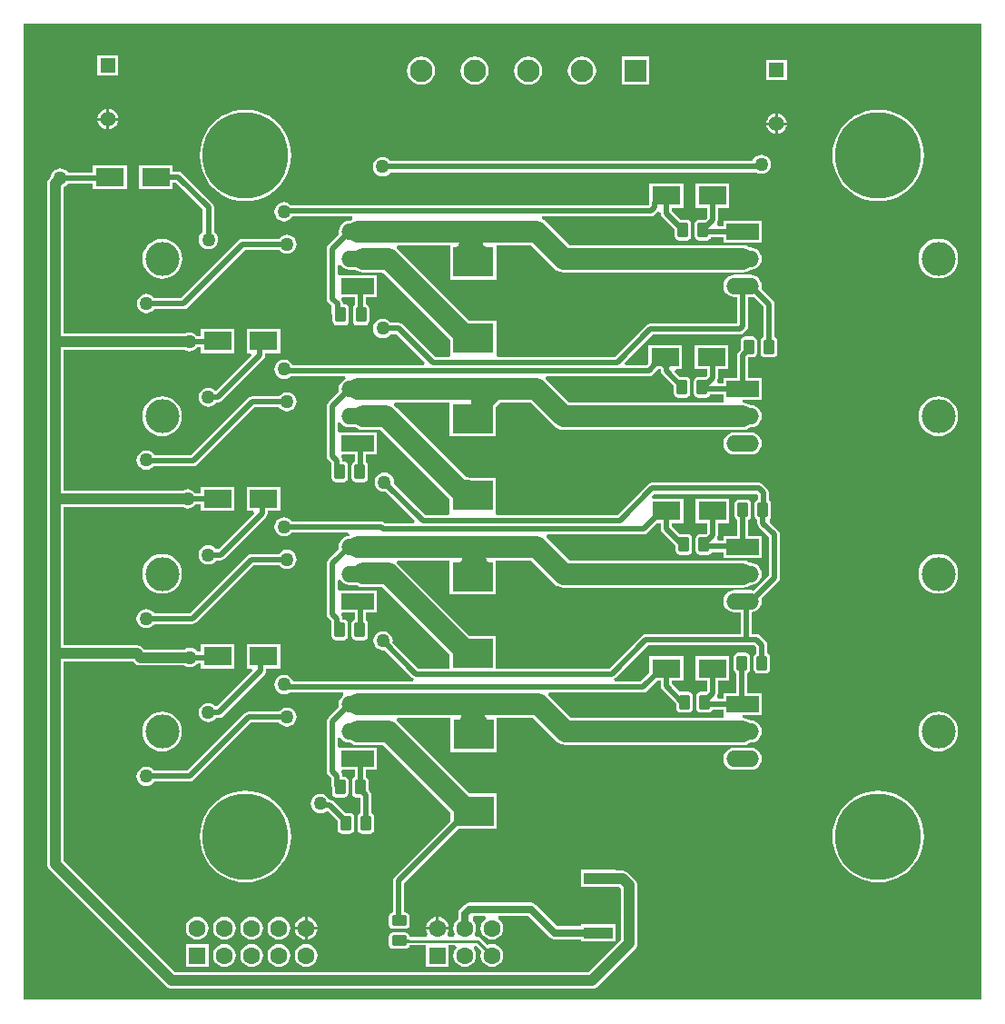
<source format=gbl>
G04*
G04 #@! TF.GenerationSoftware,Altium Limited,Altium Designer,20.0.13 (296)*
G04*
G04 Layer_Physical_Order=2*
G04 Layer_Color=16711680*
%FSLAX44Y44*%
%MOMM*%
G71*
G01*
G75*
%ADD12C,0.2540*%
%ADD36R,2.6500X1.7500*%
%ADD37R,3.8100X2.7940*%
G04:AMPARAMS|DCode=38|XSize=1mm|YSize=1.42mm|CornerRadius=0.125mm|HoleSize=0mm|Usage=FLASHONLY|Rotation=0.000|XOffset=0mm|YOffset=0mm|HoleType=Round|Shape=RoundedRectangle|*
%AMROUNDEDRECTD38*
21,1,1.0000,1.1700,0,0,0.0*
21,1,0.7500,1.4200,0,0,0.0*
1,1,0.2500,0.3750,-0.5850*
1,1,0.2500,-0.3750,-0.5850*
1,1,0.2500,-0.3750,0.5850*
1,1,0.2500,0.3750,0.5850*
%
%ADD38ROUNDEDRECTD38*%
%ADD45C,0.5000*%
%ADD46C,2.0000*%
%ADD51R,1.6050X1.6050*%
%ADD52C,1.6050*%
%ADD53R,3.0480X1.5240*%
%ADD54O,3.0480X1.5240*%
%ADD55C,3.1750*%
%ADD56R,2.1000X2.1000*%
%ADD57C,2.1000*%
%ADD58R,1.4000X1.4000*%
%ADD59C,1.4000*%
%ADD60C,1.2700*%
%ADD61C,8.0000*%
G04:AMPARAMS|DCode=62|XSize=1mm|YSize=1.42mm|CornerRadius=0.125mm|HoleSize=0mm|Usage=FLASHONLY|Rotation=270.000|XOffset=0mm|YOffset=0mm|HoleType=Round|Shape=RoundedRectangle|*
%AMROUNDEDRECTD62*
21,1,1.0000,1.1700,0,0,270.0*
21,1,0.7500,1.4200,0,0,270.0*
1,1,0.2500,-0.5850,-0.3750*
1,1,0.2500,-0.5850,0.3750*
1,1,0.2500,0.5850,0.3750*
1,1,0.2500,0.5850,-0.3750*
%
%ADD62ROUNDEDRECTD62*%
%ADD63R,2.7000X1.1000*%
%ADD64R,9.2000X10.7000*%
%ADD65C,1.0000*%
%ADD66C,0.7000*%
G36*
X896391Y3609D02*
X3609D01*
Y912891D01*
X896391D01*
Y3609D01*
D02*
G37*
%LPC*%
G36*
X91290Y883540D02*
X72210D01*
Y864460D01*
X91290D01*
Y883540D01*
D02*
G37*
G36*
X715040Y879290D02*
X695960D01*
Y860210D01*
X715040D01*
Y879290D01*
D02*
G37*
G36*
X587040Y882290D02*
X560960D01*
Y856210D01*
X587040D01*
Y882290D01*
D02*
G37*
G36*
X524000Y882402D02*
X520596Y881954D01*
X517424Y880640D01*
X514700Y878550D01*
X512610Y875826D01*
X511296Y872654D01*
X510848Y869250D01*
X511296Y865846D01*
X512610Y862674D01*
X514700Y859950D01*
X517424Y857860D01*
X520596Y856546D01*
X524000Y856097D01*
X527404Y856546D01*
X530576Y857860D01*
X533300Y859950D01*
X535390Y862674D01*
X536704Y865846D01*
X537152Y869250D01*
X536704Y872654D01*
X535390Y875826D01*
X533300Y878550D01*
X530576Y880640D01*
X527404Y881954D01*
X524000Y882402D01*
D02*
G37*
G36*
X474000D02*
X470596Y881954D01*
X467424Y880640D01*
X464700Y878550D01*
X462610Y875826D01*
X461296Y872654D01*
X460848Y869250D01*
X461296Y865846D01*
X462610Y862674D01*
X464700Y859950D01*
X467424Y857860D01*
X470596Y856546D01*
X474000Y856097D01*
X477404Y856546D01*
X480576Y857860D01*
X483300Y859950D01*
X485390Y862674D01*
X486704Y865846D01*
X487152Y869250D01*
X486704Y872654D01*
X485390Y875826D01*
X483300Y878550D01*
X480576Y880640D01*
X477404Y881954D01*
X474000Y882402D01*
D02*
G37*
G36*
X424000D02*
X420596Y881954D01*
X417424Y880640D01*
X414700Y878550D01*
X412610Y875826D01*
X411296Y872654D01*
X410848Y869250D01*
X411296Y865846D01*
X412610Y862674D01*
X414700Y859950D01*
X417424Y857860D01*
X420596Y856546D01*
X424000Y856097D01*
X427404Y856546D01*
X430576Y857860D01*
X433300Y859950D01*
X435390Y862674D01*
X436704Y865846D01*
X437152Y869250D01*
X436704Y872654D01*
X435390Y875826D01*
X433300Y878550D01*
X430576Y880640D01*
X427404Y881954D01*
X424000Y882402D01*
D02*
G37*
G36*
X374000D02*
X370596Y881954D01*
X367424Y880640D01*
X364700Y878550D01*
X362610Y875826D01*
X361296Y872654D01*
X360848Y869250D01*
X361296Y865846D01*
X362610Y862674D01*
X364700Y859950D01*
X367424Y857860D01*
X370596Y856546D01*
X374000Y856097D01*
X377404Y856546D01*
X380576Y857860D01*
X383300Y859950D01*
X385390Y862674D01*
X386704Y865846D01*
X387152Y869250D01*
X386704Y872654D01*
X385390Y875826D01*
X383300Y878550D01*
X380576Y880640D01*
X377404Y881954D01*
X374000Y882402D01*
D02*
G37*
G36*
X83020Y833455D02*
Y825270D01*
X91205D01*
X91045Y826490D01*
X90083Y828811D01*
X88554Y830804D01*
X86561Y832333D01*
X84241Y833294D01*
X83020Y833455D01*
D02*
G37*
G36*
X80480Y833455D02*
X79260Y833294D01*
X76939Y832333D01*
X74946Y830804D01*
X73417Y828811D01*
X72456Y826490D01*
X72295Y825270D01*
X80480D01*
Y833455D01*
D02*
G37*
G36*
X706770Y829205D02*
Y821020D01*
X714955D01*
X714794Y822240D01*
X713833Y824561D01*
X712304Y826554D01*
X710311Y828083D01*
X707990Y829044D01*
X706770Y829205D01*
D02*
G37*
G36*
X704230Y829205D02*
X703010Y829044D01*
X700689Y828083D01*
X698696Y826554D01*
X697167Y824561D01*
X696206Y822240D01*
X696045Y821020D01*
X704230D01*
Y829205D01*
D02*
G37*
G36*
X91205Y822730D02*
X83020D01*
Y814545D01*
X84241Y814706D01*
X86561Y815667D01*
X88554Y817196D01*
X90083Y819189D01*
X91045Y821510D01*
X91205Y822730D01*
D02*
G37*
G36*
X80480D02*
X72295D01*
X72456Y821510D01*
X73417Y819189D01*
X74946Y817196D01*
X76939Y815667D01*
X79260Y814706D01*
X80480Y814545D01*
Y822730D01*
D02*
G37*
G36*
X714955Y818480D02*
X706770D01*
Y810295D01*
X707990Y810456D01*
X710311Y811417D01*
X712304Y812946D01*
X713833Y814939D01*
X714794Y817260D01*
X714955Y818480D01*
D02*
G37*
G36*
X704230D02*
X696045D01*
X696206Y817260D01*
X697167Y814939D01*
X698696Y812946D01*
X700689Y811417D01*
X703010Y810456D01*
X704230Y810295D01*
Y818480D01*
D02*
G37*
G36*
X691250Y790967D02*
X688929Y790661D01*
X686767Y789765D01*
X684910Y788340D01*
X683485Y786483D01*
X682824Y784889D01*
X345262D01*
X344340Y786090D01*
X342483Y787515D01*
X340321Y788411D01*
X338000Y788717D01*
X335679Y788411D01*
X333517Y787515D01*
X331660Y786090D01*
X330235Y784233D01*
X329339Y782071D01*
X329033Y779750D01*
X329339Y777429D01*
X330235Y775267D01*
X331660Y773410D01*
X333517Y771985D01*
X335679Y771089D01*
X338000Y770783D01*
X340321Y771089D01*
X342483Y771985D01*
X344340Y773410D01*
X345262Y774611D01*
X686276D01*
X686767Y774235D01*
X688929Y773339D01*
X691250Y773033D01*
X693571Y773339D01*
X695733Y774235D01*
X697590Y775660D01*
X699015Y777517D01*
X699911Y779679D01*
X700217Y782000D01*
X699911Y784321D01*
X699015Y786483D01*
X697590Y788340D01*
X695733Y789765D01*
X693571Y790661D01*
X691250Y790967D01*
D02*
G37*
G36*
X99540Y781290D02*
X67960D01*
Y774389D01*
X44763D01*
X43840Y775590D01*
X41983Y777015D01*
X39821Y777911D01*
X37500Y778217D01*
X35179Y777911D01*
X33017Y777015D01*
X31160Y775590D01*
X29735Y773733D01*
X28839Y771571D01*
X28694Y770468D01*
X27622Y769397D01*
X26414Y767822D01*
X25654Y765988D01*
X25395Y764019D01*
Y617000D01*
Y470000D01*
Y326108D01*
Y130000D01*
X25654Y128032D01*
X26414Y126198D01*
X27622Y124622D01*
X136122Y16122D01*
X137697Y14914D01*
X138457Y14599D01*
X139532Y14154D01*
X141500Y13895D01*
X533500D01*
X535468Y14154D01*
X537303Y14914D01*
X538878Y16122D01*
X573378Y50622D01*
X574586Y52197D01*
X575346Y54032D01*
X575605Y56000D01*
Y110192D01*
X575346Y112161D01*
X574901Y113235D01*
X574586Y113995D01*
X573378Y115570D01*
X567520Y121428D01*
X565945Y122636D01*
X564110Y123396D01*
X562142Y123655D01*
X555540D01*
Y124590D01*
X523460D01*
Y108510D01*
X539506D01*
X540000Y108445D01*
X558992D01*
X560395Y107042D01*
Y59150D01*
X557393Y56148D01*
X555540Y57831D01*
X555540Y60160D01*
Y73790D01*
X523460D01*
Y71908D01*
X501301D01*
X481105Y92105D01*
X479107Y93440D01*
X476750Y93908D01*
X418750D01*
X416394Y93440D01*
X414396Y92105D01*
X410295Y88004D01*
X408960Y86006D01*
X408492Y83650D01*
Y78741D01*
X407115Y77685D01*
X405421Y75478D01*
X404357Y72908D01*
X403994Y70150D01*
X404357Y67392D01*
X405421Y64822D01*
X405515Y64700D01*
X404282Y62200D01*
X399618D01*
X398385Y64700D01*
X398479Y64822D01*
X399543Y67392D01*
X399739Y68880D01*
X378761D01*
X378957Y67392D01*
X380022Y64822D01*
X380115Y64700D01*
X378882Y62200D01*
X363204D01*
X362920Y63629D01*
X362082Y64882D01*
X360829Y65720D01*
X359350Y66014D01*
X347650D01*
X346171Y65720D01*
X344918Y64882D01*
X344080Y63629D01*
X343786Y62150D01*
Y54650D01*
X344080Y53171D01*
X344918Y51918D01*
X346171Y51080D01*
X347650Y50786D01*
X359350D01*
X360829Y51080D01*
X362082Y51918D01*
X362920Y53171D01*
X363171Y54430D01*
X378685D01*
Y34185D01*
X399815D01*
Y54430D01*
X405804D01*
X406498Y53294D01*
X406843Y51930D01*
X405421Y50078D01*
X404357Y47508D01*
X403994Y44750D01*
X404357Y41992D01*
X405421Y39422D01*
X407115Y37215D01*
X409322Y35522D01*
X411892Y34457D01*
X414650Y34094D01*
X417408Y34457D01*
X419978Y35522D01*
X422185Y37215D01*
X423879Y39422D01*
X424943Y41992D01*
X425306Y44750D01*
X424943Y47508D01*
X423879Y50078D01*
X423272Y50868D01*
X424390Y53481D01*
X425704Y53602D01*
X430355Y48952D01*
X429757Y47508D01*
X429394Y44750D01*
X429757Y41992D01*
X430821Y39422D01*
X432515Y37215D01*
X434722Y35522D01*
X437292Y34457D01*
X440050Y34094D01*
X442808Y34457D01*
X445378Y35522D01*
X447585Y37215D01*
X449278Y39422D01*
X450343Y41992D01*
X450706Y44750D01*
X450343Y47508D01*
X449278Y50078D01*
X447585Y52285D01*
X445378Y53979D01*
X442808Y55043D01*
X440050Y55406D01*
X437292Y55043D01*
X435849Y54445D01*
X429232Y61062D01*
X427972Y61904D01*
X426485Y62200D01*
X425018D01*
X423785Y64700D01*
X423879Y64822D01*
X424943Y67392D01*
X425306Y70150D01*
X424943Y72908D01*
X423879Y75478D01*
X422185Y77685D01*
X422280Y80678D01*
X423163Y81592D01*
X433669D01*
X434183Y80510D01*
X434348Y79092D01*
X432515Y77685D01*
X430821Y75478D01*
X429757Y72908D01*
X429394Y70150D01*
X429757Y67392D01*
X430821Y64822D01*
X432515Y62615D01*
X434722Y60922D01*
X437292Y59857D01*
X440050Y59494D01*
X442808Y59857D01*
X445378Y60922D01*
X447585Y62615D01*
X449278Y64822D01*
X450343Y67392D01*
X450706Y70150D01*
X450343Y72908D01*
X449278Y75478D01*
X447585Y77685D01*
X445752Y79092D01*
X445917Y80510D01*
X446431Y81592D01*
X474199D01*
X494395Y61395D01*
X496393Y60061D01*
X498750Y59592D01*
X523460D01*
Y57710D01*
X553043D01*
X555419Y57710D01*
X557102Y55857D01*
X530350Y29105D01*
X144650D01*
X40605Y133150D01*
Y318503D01*
X105640D01*
X107020Y317122D01*
X108595Y315914D01*
X109355Y315599D01*
X110429Y315154D01*
X112398Y314895D01*
X153558D01*
X153767Y314735D01*
X155929Y313839D01*
X158250Y313533D01*
X160571Y313839D01*
X162733Y314735D01*
X164590Y316160D01*
X165513Y317361D01*
X168340D01*
Y312140D01*
X199920D01*
Y334720D01*
X168340D01*
Y327639D01*
X165513D01*
X164590Y328840D01*
X162733Y330265D01*
X160571Y331161D01*
X158250Y331467D01*
X155929Y331161D01*
X153767Y330265D01*
X153558Y330105D01*
X115548D01*
X114167Y331485D01*
X112592Y332694D01*
X110758Y333454D01*
X108790Y333713D01*
X40605D01*
Y462395D01*
X151983D01*
X153929Y461589D01*
X156250Y461283D01*
X158571Y461589D01*
X160733Y462485D01*
X162590Y463910D01*
X163512Y465111D01*
X168340D01*
Y459037D01*
X199920D01*
Y481617D01*
X168340D01*
Y475389D01*
X163512D01*
X162590Y476590D01*
X160733Y478015D01*
X158571Y478911D01*
X156250Y479217D01*
X153929Y478911D01*
X151767Y478015D01*
X151232Y477605D01*
X40605D01*
Y609395D01*
X152656D01*
X153517Y608735D01*
X155679Y607839D01*
X158000Y607533D01*
X160321Y607839D01*
X162483Y608735D01*
X164340Y610160D01*
X165263Y611361D01*
X168340D01*
Y605933D01*
X199920D01*
Y628513D01*
X168340D01*
Y621639D01*
X165263D01*
X164340Y622840D01*
X162483Y624265D01*
X160321Y625161D01*
X158000Y625467D01*
X155679Y625161D01*
X154337Y624605D01*
X40605D01*
Y760869D01*
X40681Y760945D01*
X41983Y761485D01*
X43840Y762910D01*
X44763Y764111D01*
X67960D01*
Y758710D01*
X99540D01*
Y781290D01*
D02*
G37*
G36*
X800250Y832881D02*
X794686Y832517D01*
X789216Y831429D01*
X783936Y829636D01*
X778934Y827170D01*
X774298Y824072D01*
X770105Y820395D01*
X766428Y816202D01*
X763330Y811566D01*
X760864Y806564D01*
X759071Y801284D01*
X757983Y795815D01*
X757619Y790250D01*
X757983Y784686D01*
X759071Y779216D01*
X760864Y773936D01*
X763330Y768934D01*
X766428Y764298D01*
X770105Y760105D01*
X774298Y756428D01*
X778934Y753330D01*
X783936Y750864D01*
X789216Y749071D01*
X794686Y747983D01*
X800250Y747619D01*
X805815Y747983D01*
X811284Y749071D01*
X816564Y750864D01*
X821566Y753330D01*
X826202Y756428D01*
X830395Y760105D01*
X834072Y764298D01*
X837170Y768934D01*
X839636Y773936D01*
X841429Y779216D01*
X842517Y784686D01*
X842881Y790250D01*
X842517Y795815D01*
X841429Y801284D01*
X839636Y806564D01*
X837170Y811566D01*
X834072Y816202D01*
X830395Y820395D01*
X826202Y824072D01*
X821566Y827170D01*
X816564Y829636D01*
X811284Y831429D01*
X805815Y832517D01*
X800250Y832881D01*
D02*
G37*
G36*
X210250D02*
X204685Y832517D01*
X199216Y831429D01*
X193936Y829636D01*
X188934Y827170D01*
X184298Y824072D01*
X180105Y820395D01*
X176428Y816202D01*
X173330Y811566D01*
X170864Y806564D01*
X169071Y801284D01*
X167983Y795815D01*
X167619Y790250D01*
X167983Y784686D01*
X169071Y779216D01*
X170864Y773936D01*
X173330Y768934D01*
X176428Y764298D01*
X180105Y760105D01*
X184298Y756428D01*
X188934Y753330D01*
X193936Y750864D01*
X199216Y749071D01*
X204685Y747983D01*
X210250Y747619D01*
X215814Y747983D01*
X221284Y749071D01*
X226564Y750864D01*
X231566Y753330D01*
X236202Y756428D01*
X240395Y760105D01*
X244072Y764298D01*
X247170Y768934D01*
X249636Y773936D01*
X251429Y779216D01*
X252517Y784686D01*
X252881Y790250D01*
X252517Y795815D01*
X251429Y801284D01*
X249636Y806564D01*
X247170Y811566D01*
X244072Y816202D01*
X240395Y820395D01*
X236202Y824072D01*
X231566Y827170D01*
X226564Y829636D01*
X221284Y831429D01*
X215814Y832517D01*
X210250Y832881D01*
D02*
G37*
G36*
X618540Y764040D02*
X586960D01*
Y746997D01*
X586861Y746500D01*
Y744128D01*
X586371Y743639D01*
X252937D01*
X252590Y744090D01*
X250733Y745515D01*
X248571Y746411D01*
X246250Y746717D01*
X243929Y746411D01*
X241767Y745515D01*
X239910Y744090D01*
X238485Y742233D01*
X237589Y740071D01*
X237283Y737750D01*
X237589Y735429D01*
X238485Y733267D01*
X239910Y731410D01*
X241767Y729985D01*
X243929Y729089D01*
X246250Y728783D01*
X248571Y729089D01*
X250733Y729985D01*
X252590Y731410D01*
X254015Y733267D01*
X254055Y733361D01*
X309512D01*
X310010Y730861D01*
X308736Y730334D01*
X307816Y729628D01*
X307440D01*
X304788Y729278D01*
X302316Y728255D01*
X300194Y726626D01*
X298565Y724504D01*
X297542Y722032D01*
X297192Y719380D01*
X297511Y716958D01*
X287616Y707064D01*
X286502Y705396D01*
X286111Y703430D01*
Y656750D01*
X286502Y654783D01*
X287616Y653116D01*
X290683Y650050D01*
Y642928D01*
X291074Y640962D01*
X291536Y640271D01*
Y635900D01*
X291830Y634421D01*
X292668Y633168D01*
X293921Y632330D01*
X295400Y632036D01*
X302900D01*
X304379Y632330D01*
X305632Y633168D01*
X306470Y634421D01*
X306764Y635900D01*
Y647600D01*
X306470Y649079D01*
X305632Y650332D01*
X304379Y651170D01*
X302900Y651464D01*
X300960D01*
Y652178D01*
X300569Y654145D01*
X299455Y655812D01*
X299347Y655920D01*
X300383Y658420D01*
X312361D01*
Y650996D01*
X311368Y650332D01*
X310530Y649079D01*
X310236Y647600D01*
Y635900D01*
X310530Y634421D01*
X311368Y633168D01*
X312621Y632330D01*
X314100Y632036D01*
X321600D01*
X323079Y632330D01*
X324332Y633168D01*
X325170Y634421D01*
X325464Y635900D01*
Y647600D01*
X325170Y649079D01*
X324332Y650332D01*
X323079Y651170D01*
X322639Y651258D01*
Y658420D01*
X332840D01*
Y678740D01*
X298889D01*
X297280Y678740D01*
X296389Y680871D01*
Y687766D01*
X297216Y688181D01*
X298889Y688435D01*
X300194Y686734D01*
X302316Y685105D01*
X304788Y684081D01*
X307440Y683732D01*
X313212D01*
X313976Y683146D01*
X317026Y681883D01*
X320300Y681452D01*
X338146D01*
X401160Y618438D01*
Y605139D01*
X401160Y603305D01*
X398936Y602639D01*
X386879D01*
X356884Y632634D01*
X355216Y633748D01*
X353250Y634139D01*
X345513D01*
X344590Y635340D01*
X342733Y636765D01*
X340571Y637661D01*
X338250Y637967D01*
X335929Y637661D01*
X333767Y636765D01*
X331910Y635340D01*
X330485Y633483D01*
X329589Y631321D01*
X329283Y629000D01*
X329589Y626679D01*
X330485Y624517D01*
X331910Y622660D01*
X333767Y621235D01*
X335929Y620339D01*
X338250Y620033D01*
X340571Y620339D01*
X342733Y621235D01*
X344590Y622660D01*
X345513Y623861D01*
X351121D01*
X377824Y597158D01*
X376868Y594849D01*
X254147D01*
X253895Y595457D01*
X252470Y597314D01*
X250613Y598739D01*
X248451Y599635D01*
X246130Y599940D01*
X243809Y599635D01*
X241647Y598739D01*
X239790Y597314D01*
X238365Y595457D01*
X237469Y593294D01*
X237163Y590973D01*
X237469Y588653D01*
X238365Y586490D01*
X239790Y584633D01*
X241647Y583208D01*
X243809Y582312D01*
X246130Y582007D01*
X248451Y582312D01*
X250613Y583208D01*
X252390Y584571D01*
X303131D01*
X303628Y582071D01*
X302196Y581478D01*
X300074Y579850D01*
X298445Y577727D01*
X297421Y575256D01*
X297072Y572603D01*
X297391Y570182D01*
X287496Y560287D01*
X286382Y558620D01*
X285991Y556653D01*
Y509973D01*
X286382Y508007D01*
X287496Y506340D01*
X290563Y503273D01*
Y501487D01*
X290536Y501350D01*
Y489650D01*
X290830Y488171D01*
X291668Y486918D01*
X292921Y486080D01*
X294400Y485786D01*
X301900D01*
X303379Y486080D01*
X304632Y486918D01*
X305470Y488171D01*
X305764Y489650D01*
Y501350D01*
X305470Y502829D01*
X304632Y504082D01*
X303379Y504920D01*
X301900Y505214D01*
X300840D01*
Y505402D01*
X300449Y507368D01*
X299335Y509035D01*
X299227Y509143D01*
X300263Y511643D01*
X312241D01*
Y505043D01*
X311621Y504920D01*
X310368Y504082D01*
X309530Y502829D01*
X309236Y501350D01*
Y489650D01*
X309530Y488171D01*
X310368Y486918D01*
X311621Y486080D01*
X313100Y485786D01*
X320600D01*
X322079Y486080D01*
X323332Y486918D01*
X324170Y488171D01*
X324464Y489650D01*
Y501350D01*
X324170Y502829D01*
X323332Y504082D01*
X322519Y504626D01*
Y511643D01*
X332720D01*
Y531963D01*
X298769D01*
X297160Y531963D01*
X296269Y534094D01*
Y540990D01*
X297096Y541404D01*
X298769Y541658D01*
X300074Y539957D01*
X302196Y538329D01*
X304668Y537305D01*
X307320Y536956D01*
X312936D01*
X313856Y536250D01*
X316906Y534986D01*
X320180Y534555D01*
X336058D01*
X400410Y470203D01*
Y457389D01*
X400410Y457055D01*
X399604Y454889D01*
X377878D01*
X348519Y484248D01*
X348717Y485750D01*
X348411Y488071D01*
X347515Y490233D01*
X346090Y492090D01*
X344233Y493515D01*
X342071Y494411D01*
X339750Y494717D01*
X337429Y494411D01*
X335267Y493515D01*
X333410Y492090D01*
X331985Y490233D01*
X331089Y488071D01*
X330783Y485750D01*
X331089Y483429D01*
X331985Y481267D01*
X333410Y479410D01*
X335267Y477985D01*
X337429Y477089D01*
X339750Y476783D01*
X341252Y476981D01*
X368574Y449658D01*
X367618Y447349D01*
X340814D01*
X340453Y447710D01*
X338786Y448824D01*
X336819Y449215D01*
X253393D01*
X252470Y450417D01*
X250613Y451842D01*
X248451Y452738D01*
X246130Y453043D01*
X243809Y452738D01*
X241647Y451842D01*
X239790Y450417D01*
X238365Y448560D01*
X237469Y446397D01*
X237163Y444077D01*
X237469Y441756D01*
X238365Y439593D01*
X239790Y437736D01*
X241647Y436311D01*
X243809Y435415D01*
X246130Y435110D01*
X248451Y435415D01*
X250613Y436311D01*
X252470Y437736D01*
X253393Y438938D01*
X305433D01*
X305537Y438886D01*
X306938Y436438D01*
X306597Y435859D01*
X304668Y435605D01*
X302196Y434581D01*
X300074Y432953D01*
X298445Y430830D01*
X297421Y428359D01*
X297072Y425707D01*
X297391Y423285D01*
X287496Y413390D01*
X286382Y411723D01*
X285991Y409757D01*
Y363077D01*
X286382Y361110D01*
X287496Y359443D01*
X290563Y356376D01*
Y354237D01*
X290536Y354100D01*
Y342400D01*
X290830Y340921D01*
X291668Y339668D01*
X292921Y338830D01*
X294400Y338536D01*
X301900D01*
X303379Y338830D01*
X304632Y339668D01*
X305470Y340921D01*
X305764Y342400D01*
Y354100D01*
X305470Y355579D01*
X304632Y356832D01*
X303379Y357670D01*
X301900Y357964D01*
X300840D01*
Y358505D01*
X300449Y360471D01*
X299335Y362139D01*
X299227Y362247D01*
X300263Y364747D01*
X312241D01*
Y357793D01*
X311621Y357670D01*
X310368Y356832D01*
X309530Y355579D01*
X309236Y354100D01*
Y342400D01*
X309530Y340921D01*
X310368Y339668D01*
X311621Y338830D01*
X313100Y338536D01*
X320600D01*
X322079Y338830D01*
X323332Y339668D01*
X324170Y340921D01*
X324464Y342400D01*
Y354100D01*
X324170Y355579D01*
X323332Y356832D01*
X322519Y357376D01*
Y364747D01*
X332720D01*
Y385067D01*
X298769D01*
X297160Y385067D01*
X296269Y387197D01*
Y394093D01*
X297096Y394507D01*
X298769Y394761D01*
X300074Y393060D01*
X302196Y391432D01*
X304668Y390408D01*
X307320Y390059D01*
X313092D01*
X313856Y389473D01*
X316906Y388209D01*
X320180Y387778D01*
X338026D01*
X400410Y325394D01*
Y312194D01*
X371573D01*
X347269Y336498D01*
X347467Y338000D01*
X347161Y340321D01*
X346265Y342483D01*
X344840Y344340D01*
X342983Y345765D01*
X340821Y346661D01*
X338500Y346967D01*
X336179Y346661D01*
X334017Y345765D01*
X332160Y344340D01*
X330735Y342483D01*
X329839Y340321D01*
X329533Y338000D01*
X329839Y335679D01*
X330735Y333517D01*
X332160Y331660D01*
X334017Y330235D01*
X336179Y329339D01*
X338500Y329033D01*
X340002Y329231D01*
X365811Y303421D01*
X367043Y302599D01*
X366796Y300537D01*
X366627Y300099D01*
X254543D01*
X253895Y301663D01*
X252470Y303520D01*
X250613Y304945D01*
X248451Y305841D01*
X246130Y306147D01*
X243809Y305841D01*
X241647Y304945D01*
X239790Y303520D01*
X238365Y301663D01*
X237469Y299501D01*
X237163Y297180D01*
X237469Y294859D01*
X238365Y292697D01*
X239790Y290840D01*
X241647Y289415D01*
X243809Y288519D01*
X246130Y288213D01*
X248451Y288519D01*
X250613Y289415D01*
X251143Y289821D01*
X301066D01*
X301347Y289291D01*
X301722Y287321D01*
X300074Y286056D01*
X298445Y283934D01*
X297421Y281462D01*
X297072Y278810D01*
X297391Y276388D01*
X287496Y266494D01*
X286382Y264827D01*
X285991Y262860D01*
Y216180D01*
X286382Y214214D01*
X287496Y212546D01*
X290563Y209480D01*
Y202358D01*
X290786Y201238D01*
Y195900D01*
X291080Y194421D01*
X291918Y193168D01*
X293171Y192330D01*
X294650Y192036D01*
X302150D01*
X303629Y192330D01*
X304882Y193168D01*
X305720Y194421D01*
X306014Y195900D01*
Y207600D01*
X305720Y209079D01*
X304882Y210332D01*
X303629Y211170D01*
X302150Y211464D01*
X300840D01*
Y211608D01*
X300449Y213575D01*
X299335Y215242D01*
X299227Y215350D01*
X300263Y217850D01*
X312241D01*
Y211244D01*
X311871Y211170D01*
X310618Y210332D01*
X309780Y209079D01*
X309486Y207600D01*
Y195900D01*
X309780Y194421D01*
X310618Y193168D01*
X311871Y192330D01*
X313350Y192036D01*
X317447D01*
X317461Y192022D01*
Y177188D01*
X317371Y177170D01*
X316118Y176332D01*
X315280Y175079D01*
X314986Y173600D01*
Y161900D01*
X315280Y160421D01*
X316118Y159168D01*
X317371Y158330D01*
X318850Y158036D01*
X326350D01*
X327829Y158330D01*
X329082Y159168D01*
X329920Y160421D01*
X330214Y161900D01*
Y173600D01*
X329920Y175079D01*
X329082Y176332D01*
X327829Y177170D01*
X327739Y177188D01*
Y194150D01*
X327348Y196117D01*
X326234Y197784D01*
X324714Y199303D01*
Y207600D01*
X324420Y209079D01*
X323582Y210332D01*
X322519Y211043D01*
Y217850D01*
X332720D01*
Y238170D01*
X298769D01*
X297160Y238170D01*
X296269Y240301D01*
Y247196D01*
X297096Y247611D01*
X298769Y247865D01*
X300074Y246164D01*
X302196Y244535D01*
X304668Y243512D01*
X307320Y243162D01*
X307696D01*
X308616Y242456D01*
X311666Y241193D01*
X314940Y240762D01*
X338586D01*
X401410Y177938D01*
Y170072D01*
X349366Y118029D01*
X348252Y116362D01*
X347861Y114395D01*
Y84714D01*
X347650D01*
X346171Y84420D01*
X344918Y83582D01*
X344080Y82329D01*
X343786Y80850D01*
Y73350D01*
X344080Y71871D01*
X344918Y70618D01*
X346171Y69780D01*
X347650Y69486D01*
X359350D01*
X360829Y69780D01*
X362082Y70618D01*
X362920Y71871D01*
X363214Y73350D01*
Y80850D01*
X362920Y82329D01*
X362082Y83582D01*
X360829Y84420D01*
X359350Y84714D01*
X358139D01*
Y112267D01*
X408677Y162805D01*
X444590D01*
Y195825D01*
X419297D01*
X352769Y262354D01*
X351220Y263542D01*
X352069Y266042D01*
X401410D01*
Y234175D01*
X444590D01*
Y266042D01*
X478321D01*
X499857Y244506D01*
X502477Y242496D01*
X505527Y241232D01*
X508801Y240801D01*
X509126Y240844D01*
X509750Y240762D01*
X529590D01*
X530501Y240882D01*
X672928D01*
X673840Y240762D01*
X677114Y241193D01*
X680164Y242456D01*
X681084Y243162D01*
X681460D01*
X684112Y243512D01*
X686584Y244535D01*
X688706Y246164D01*
X690335Y248286D01*
X691358Y250758D01*
X691708Y253410D01*
X691358Y256062D01*
X690335Y258534D01*
X688706Y260656D01*
X686584Y262285D01*
X684112Y263309D01*
X681460Y263658D01*
X681121D01*
X680044Y264484D01*
X676994Y265747D01*
X673934Y266150D01*
X674098Y268650D01*
X691620D01*
Y288970D01*
X678289D01*
Y307812D01*
X678379Y307830D01*
X679632Y308668D01*
X680470Y309921D01*
X680764Y311400D01*
Y323100D01*
X680470Y324579D01*
X679632Y325832D01*
X678379Y326670D01*
X676900Y326964D01*
X669400D01*
X667921Y326670D01*
X666668Y325832D01*
X665830Y324579D01*
X665536Y323100D01*
Y311400D01*
X665830Y309921D01*
X666668Y308668D01*
X667921Y307830D01*
X668011Y307812D01*
Y288970D01*
X656060D01*
Y284069D01*
X651209D01*
X649947Y286569D01*
X650378Y287213D01*
X650769Y289180D01*
Y300890D01*
X661420D01*
Y323470D01*
X629840D01*
Y300890D01*
X640491D01*
Y291308D01*
X639647Y290464D01*
X634600D01*
X633121Y290170D01*
X631868Y289332D01*
X631030Y288079D01*
X630736Y286600D01*
Y274900D01*
X631030Y273421D01*
X631868Y272168D01*
X633121Y271330D01*
X634600Y271036D01*
X642100D01*
X643579Y271330D01*
X644832Y272168D01*
X645670Y273421D01*
X645744Y273791D01*
X656060D01*
Y268678D01*
X656060Y268650D01*
X655992Y266178D01*
X529590D01*
X528679Y266058D01*
X514079D01*
X492816Y287321D01*
X492900Y288094D01*
X493723Y289821D01*
X580910D01*
X582877Y290212D01*
X584544Y291326D01*
X594107Y300890D01*
X597491D01*
Y295680D01*
X597882Y293713D01*
X598996Y292046D01*
X612036Y279007D01*
Y274900D01*
X612330Y273421D01*
X613168Y272168D01*
X614421Y271330D01*
X615900Y271036D01*
X623400D01*
X624879Y271330D01*
X626133Y272168D01*
X626970Y273421D01*
X627264Y274900D01*
Y286600D01*
X626970Y288079D01*
X626133Y289332D01*
X624879Y290170D01*
X623400Y290464D01*
X615900D01*
X615244Y290334D01*
X607769Y297808D01*
Y300890D01*
X618420D01*
Y323470D01*
X586840D01*
Y308157D01*
X578781Y300099D01*
X554373D01*
X554204Y300537D01*
X553957Y302599D01*
X555189Y303421D01*
X585629Y333861D01*
X684622D01*
X686711Y331772D01*
Y326688D01*
X686621Y326670D01*
X685368Y325832D01*
X684530Y324579D01*
X684236Y323100D01*
Y311400D01*
X684530Y309921D01*
X685368Y308668D01*
X686621Y307830D01*
X688100Y307536D01*
X695600D01*
X697079Y307830D01*
X698332Y308668D01*
X699170Y309921D01*
X699464Y311400D01*
Y323100D01*
X699170Y324579D01*
X698332Y325832D01*
X697079Y326670D01*
X696989Y326688D01*
Y333900D01*
X696598Y335867D01*
X695484Y337534D01*
X690384Y342634D01*
X688717Y343748D01*
X686750Y344139D01*
X682139D01*
Y364748D01*
X684112Y365008D01*
X686584Y366032D01*
X688706Y367660D01*
X690335Y369783D01*
X691358Y372254D01*
X691708Y374907D01*
X691361Y377540D01*
X707134Y393313D01*
X708248Y394980D01*
X708639Y396947D01*
Y437000D01*
X708248Y438966D01*
X707134Y440634D01*
X699299Y448468D01*
X699332Y451418D01*
X700170Y452671D01*
X700464Y454150D01*
Y465850D01*
X700170Y467329D01*
X699332Y468582D01*
X698139Y469380D01*
Y476000D01*
X697748Y477966D01*
X696634Y479634D01*
X692634Y483634D01*
X690966Y484748D01*
X689000Y485139D01*
X589553D01*
X587587Y484748D01*
X585920Y483634D01*
X557175Y454889D01*
X444396D01*
X443590Y457055D01*
X443590Y457389D01*
Y490075D01*
X418852D01*
X418030Y490183D01*
X418030Y490183D01*
X416204D01*
X350240Y556147D01*
X348692Y557335D01*
X349541Y559835D01*
X400410D01*
Y528425D01*
X443590D01*
Y548083D01*
X443698Y548905D01*
Y556045D01*
X447488Y559835D01*
X476451D01*
X497906Y538380D01*
X497906Y538380D01*
X497906Y538380D01*
X498026Y538260D01*
X498026Y538260D01*
X500646Y536250D01*
X503696Y534986D01*
X506970Y534555D01*
X673840D01*
X677114Y534986D01*
X680164Y536250D01*
X681084Y536956D01*
X681460D01*
X684112Y537305D01*
X686584Y538329D01*
X688706Y539957D01*
X690335Y542080D01*
X691358Y544551D01*
X691708Y547203D01*
X691358Y549856D01*
X690335Y552327D01*
X688706Y554450D01*
X686584Y556078D01*
X684112Y557102D01*
X681460Y557451D01*
X681121D01*
X680044Y558277D01*
X676994Y559540D01*
X673934Y559943D01*
X674098Y562443D01*
X691620D01*
Y582763D01*
X678979D01*
Y601712D01*
X679303Y602036D01*
X683400D01*
X684879Y602330D01*
X686132Y603168D01*
X686970Y604421D01*
X687264Y605900D01*
Y617600D01*
X686970Y619079D01*
X686132Y620332D01*
X684879Y621170D01*
X683400Y621464D01*
X675900D01*
X674421Y621170D01*
X673168Y620332D01*
X672330Y619079D01*
X672036Y617600D01*
Y609303D01*
X670206Y607474D01*
X669092Y605807D01*
X668701Y603840D01*
Y582763D01*
X656060D01*
Y577862D01*
X651209D01*
X649947Y580362D01*
X650378Y581007D01*
X650769Y582973D01*
Y590960D01*
X660540D01*
Y613540D01*
X628960D01*
Y590960D01*
X640491D01*
Y585102D01*
X639354Y583964D01*
X632350D01*
X630871Y583670D01*
X629618Y582832D01*
X628780Y581579D01*
X628486Y580100D01*
Y568400D01*
X628780Y566921D01*
X629618Y565668D01*
X630871Y564830D01*
X632350Y564536D01*
X639850D01*
X641329Y564830D01*
X642582Y565668D01*
X643420Y566921D01*
X643552Y567585D01*
X656060D01*
Y562472D01*
X656060Y562443D01*
X655992Y559972D01*
X512089D01*
X490117Y581944D01*
X489951Y582071D01*
X490799Y584571D01*
X586367D01*
X588333Y584963D01*
X590000Y586076D01*
X594884Y590960D01*
X597444D01*
X597491Y590468D01*
Y589473D01*
X597882Y587507D01*
X598996Y585840D01*
X609786Y575050D01*
Y568400D01*
X610080Y566921D01*
X610918Y565668D01*
X612171Y564830D01*
X613650Y564536D01*
X621150D01*
X622629Y564830D01*
X623882Y565668D01*
X624720Y566921D01*
X625014Y568400D01*
Y580100D01*
X624720Y581579D01*
X623882Y582832D01*
X622629Y583670D01*
X621150Y583964D01*
X615406D01*
X610720Y588650D01*
X611677Y590960D01*
X617540D01*
Y613540D01*
X585960D01*
Y596571D01*
X584238Y594849D01*
X564632D01*
X563676Y597158D01*
X589628Y623111D01*
X670911D01*
X672878Y623502D01*
X674545Y624616D01*
X677474Y627545D01*
X678588Y629212D01*
X678979Y631179D01*
Y658452D01*
X681460D01*
X684094Y658799D01*
X693211Y649681D01*
Y621188D01*
X693121Y621170D01*
X691868Y620332D01*
X691030Y619079D01*
X690736Y617600D01*
Y605900D01*
X691030Y604421D01*
X691868Y603168D01*
X693121Y602330D01*
X694600Y602036D01*
X702100D01*
X703579Y602330D01*
X704832Y603168D01*
X705670Y604421D01*
X705964Y605900D01*
Y617600D01*
X705670Y619079D01*
X704832Y620332D01*
X703579Y621170D01*
X703489Y621188D01*
Y651810D01*
X703098Y653776D01*
X701984Y655444D01*
X691361Y666066D01*
X691708Y668700D01*
X691358Y671352D01*
X690335Y673824D01*
X688706Y675946D01*
X686584Y677575D01*
X684112Y678598D01*
X681460Y678948D01*
X666220D01*
X663568Y678598D01*
X661096Y677575D01*
X658974Y675946D01*
X657345Y673824D01*
X656321Y671352D01*
X655972Y668700D01*
X656321Y666048D01*
X657345Y663576D01*
X658974Y661454D01*
X661096Y659825D01*
X663568Y658801D01*
X666220Y658452D01*
X668701D01*
Y633389D01*
X587500D01*
X585533Y632998D01*
X583866Y631884D01*
X554621Y602639D01*
X446564D01*
X444340Y603305D01*
X444340Y605139D01*
Y636325D01*
X419602D01*
X418963Y636409D01*
X352329Y703044D01*
X350937Y704112D01*
X351785Y706612D01*
X401160D01*
Y674675D01*
X444340D01*
Y706612D01*
X476571D01*
X498026Y685156D01*
X498026Y685156D01*
X500646Y683146D01*
X503696Y681883D01*
X506970Y681452D01*
X506970Y681452D01*
X673840D01*
X677114Y681883D01*
X680164Y683146D01*
X681084Y683852D01*
X681460D01*
X684112Y684202D01*
X686584Y685225D01*
X688706Y686854D01*
X690335Y688976D01*
X691358Y691448D01*
X691708Y694100D01*
X691358Y696752D01*
X690335Y699224D01*
X688706Y701346D01*
X686584Y702975D01*
X684112Y703998D01*
X681460Y704348D01*
X681084D01*
X680164Y705054D01*
X677114Y706317D01*
X673840Y706748D01*
X512209D01*
X490754Y728204D01*
X488134Y730214D01*
X486571Y730861D01*
X487068Y733361D01*
X588500D01*
X590466Y733752D01*
X592134Y734866D01*
X595111Y737844D01*
X597168Y737236D01*
X597611Y736910D01*
Y736250D01*
X598002Y734284D01*
X599116Y732616D01*
X610536Y721197D01*
Y714900D01*
X610830Y713421D01*
X611668Y712168D01*
X612921Y711330D01*
X614400Y711036D01*
X621900D01*
X623379Y711330D01*
X624632Y712168D01*
X625470Y713421D01*
X625764Y714900D01*
Y726600D01*
X625470Y728079D01*
X624632Y729332D01*
X623379Y730170D01*
X621900Y730464D01*
X615803D01*
X607889Y738379D01*
Y741460D01*
X618540D01*
Y764040D01*
D02*
G37*
G36*
X661540D02*
X629960D01*
Y741460D01*
X640611D01*
Y731879D01*
X639197Y730464D01*
X633100D01*
X631621Y730170D01*
X630368Y729332D01*
X629530Y728079D01*
X629236Y726600D01*
Y714900D01*
X629530Y713421D01*
X630368Y712168D01*
X631621Y711330D01*
X633100Y711036D01*
X640600D01*
X642079Y711330D01*
X643332Y712168D01*
X644170Y713421D01*
X644357Y714361D01*
X656060D01*
Y709340D01*
X691620D01*
Y729660D01*
X656060D01*
Y724639D01*
X651329D01*
X650067Y727139D01*
X650498Y727784D01*
X650889Y729750D01*
Y741460D01*
X661540D01*
Y764040D01*
D02*
G37*
G36*
X142540Y781290D02*
X110960D01*
Y758710D01*
X142540D01*
Y764861D01*
X145372D01*
X170501Y739732D01*
Y719013D01*
X169300Y718090D01*
X167875Y716233D01*
X166979Y714071D01*
X166673Y711750D01*
X166979Y709429D01*
X167875Y707267D01*
X169300Y705410D01*
X171157Y703985D01*
X173319Y703089D01*
X175640Y702783D01*
X177961Y703089D01*
X180123Y703985D01*
X181980Y705410D01*
X183405Y707267D01*
X184301Y709429D01*
X184607Y711750D01*
X184301Y714071D01*
X183405Y716233D01*
X181980Y718090D01*
X180779Y719013D01*
Y741860D01*
X180387Y743827D01*
X179274Y745494D01*
X151134Y773634D01*
X149466Y774748D01*
X147500Y775139D01*
X142540D01*
Y781290D01*
D02*
G37*
G36*
X249000Y716467D02*
X246679Y716161D01*
X244517Y715265D01*
X242660Y713840D01*
X241737Y712639D01*
X207750D01*
X205784Y712248D01*
X204116Y711134D01*
X150372Y657389D01*
X125013D01*
X124090Y658590D01*
X122233Y660015D01*
X120071Y660911D01*
X117750Y661217D01*
X115429Y660911D01*
X113267Y660015D01*
X111410Y658590D01*
X109985Y656733D01*
X109089Y654571D01*
X108783Y652250D01*
X109089Y649929D01*
X109985Y647767D01*
X111410Y645910D01*
X113267Y644485D01*
X115429Y643589D01*
X117750Y643283D01*
X120071Y643589D01*
X122233Y644485D01*
X124090Y645910D01*
X125013Y647111D01*
X152500D01*
X154466Y647502D01*
X156134Y648616D01*
X209879Y702361D01*
X241737D01*
X242660Y701160D01*
X244517Y699735D01*
X246679Y698839D01*
X249000Y698533D01*
X251321Y698839D01*
X253483Y699735D01*
X255340Y701160D01*
X256765Y703017D01*
X257661Y705179D01*
X257967Y707500D01*
X257661Y709821D01*
X256765Y711983D01*
X255340Y713840D01*
X253483Y715265D01*
X251321Y716161D01*
X249000Y716467D01*
D02*
G37*
G36*
X856340Y712604D02*
X852730Y712249D01*
X849259Y711196D01*
X846060Y709486D01*
X843256Y707184D01*
X840954Y704380D01*
X839244Y701181D01*
X838191Y697710D01*
X837836Y694100D01*
X838191Y690490D01*
X839244Y687019D01*
X840954Y683820D01*
X843256Y681016D01*
X846060Y678714D01*
X849259Y677004D01*
X852730Y675951D01*
X856340Y675596D01*
X859950Y675951D01*
X863421Y677004D01*
X866620Y678714D01*
X869424Y681016D01*
X871726Y683820D01*
X873436Y687019D01*
X874489Y690490D01*
X874844Y694100D01*
X874489Y697710D01*
X873436Y701181D01*
X871726Y704380D01*
X869424Y707184D01*
X866620Y709486D01*
X863421Y711196D01*
X859950Y712249D01*
X856340Y712604D01*
D02*
G37*
G36*
X132560Y712484D02*
X128950Y712129D01*
X125479Y711076D01*
X122280Y709366D01*
X119476Y707064D01*
X117174Y704260D01*
X115464Y701061D01*
X114411Y697590D01*
X114056Y693980D01*
X114411Y690370D01*
X115464Y686899D01*
X117174Y683700D01*
X119476Y680896D01*
X122280Y678594D01*
X125479Y676884D01*
X128950Y675831D01*
X132560Y675476D01*
X136170Y675831D01*
X139641Y676884D01*
X142840Y678594D01*
X145644Y680896D01*
X147946Y683700D01*
X149656Y686899D01*
X150709Y690370D01*
X151064Y693980D01*
X150709Y697590D01*
X149656Y701061D01*
X147946Y704260D01*
X145644Y707064D01*
X142840Y709366D01*
X139641Y711076D01*
X136170Y712129D01*
X132560Y712484D01*
D02*
G37*
G36*
X242920Y628513D02*
X211340D01*
Y605933D01*
X214900D01*
X215856Y603624D01*
X184375Y572143D01*
X181860Y571314D01*
X180003Y572739D01*
X177841Y573634D01*
X175520Y573940D01*
X173199Y573634D01*
X171037Y572739D01*
X169179Y571314D01*
X167755Y569457D01*
X166859Y567294D01*
X166553Y564973D01*
X166859Y562653D01*
X167755Y560490D01*
X169179Y558633D01*
X171037Y557208D01*
X173199Y556312D01*
X175520Y556007D01*
X177841Y556312D01*
X180003Y557208D01*
X181860Y558633D01*
X183025Y560151D01*
X184790D01*
X186757Y560542D01*
X188424Y561656D01*
X227036Y600269D01*
X228150Y601936D01*
X228541Y603902D01*
Y605933D01*
X242920D01*
Y628513D01*
D02*
G37*
G36*
X248880Y569690D02*
X246559Y569384D01*
X244397Y568489D01*
X242540Y567064D01*
X241617Y565862D01*
X216473D01*
X214507Y565471D01*
X212840Y564357D01*
X159095Y510612D01*
X125504D01*
X125395Y510873D01*
X123970Y512730D01*
X122113Y514155D01*
X119951Y515051D01*
X117630Y515357D01*
X115309Y515051D01*
X113147Y514155D01*
X111290Y512730D01*
X109865Y510873D01*
X108969Y508711D01*
X108663Y506390D01*
X108969Y504069D01*
X109865Y501907D01*
X111290Y500050D01*
X113147Y498625D01*
X115309Y497729D01*
X117630Y497423D01*
X119951Y497729D01*
X122113Y498625D01*
X123970Y500050D01*
X124189Y500335D01*
X161223D01*
X163190Y500726D01*
X164857Y501840D01*
X218602Y555585D01*
X241617D01*
X242540Y554383D01*
X244397Y552958D01*
X246559Y552062D01*
X248880Y551757D01*
X251201Y552062D01*
X253363Y552958D01*
X255220Y554383D01*
X256645Y556240D01*
X257541Y558403D01*
X257847Y560723D01*
X257541Y563044D01*
X256645Y565207D01*
X255220Y567064D01*
X253363Y568489D01*
X251201Y569384D01*
X248880Y569690D01*
D02*
G37*
G36*
X856340Y565707D02*
X852730Y565352D01*
X849259Y564299D01*
X846060Y562589D01*
X843256Y560288D01*
X840954Y557484D01*
X839244Y554285D01*
X838191Y550813D01*
X837836Y547203D01*
X838191Y543593D01*
X839244Y540122D01*
X840954Y536923D01*
X843256Y534119D01*
X846060Y531818D01*
X849259Y530108D01*
X852730Y529055D01*
X856340Y528699D01*
X859950Y529055D01*
X863421Y530108D01*
X866620Y531818D01*
X869424Y534119D01*
X871726Y536923D01*
X873436Y540122D01*
X874489Y543593D01*
X874844Y547203D01*
X874489Y550813D01*
X873436Y554285D01*
X871726Y557484D01*
X869424Y560288D01*
X866620Y562589D01*
X863421Y564299D01*
X859950Y565352D01*
X856340Y565707D01*
D02*
G37*
G36*
X132440D02*
X128830Y565352D01*
X125359Y564299D01*
X122160Y562589D01*
X119356Y560288D01*
X117054Y557484D01*
X115344Y554285D01*
X114291Y550813D01*
X113936Y547203D01*
X114291Y543593D01*
X115344Y540122D01*
X117054Y536923D01*
X119356Y534119D01*
X122160Y531818D01*
X125359Y530108D01*
X128830Y529055D01*
X132440Y528699D01*
X136050Y529055D01*
X139521Y530108D01*
X142720Y531818D01*
X145524Y534119D01*
X147826Y536923D01*
X149536Y540122D01*
X150589Y543593D01*
X150944Y547203D01*
X150589Y550813D01*
X149536Y554285D01*
X147826Y557484D01*
X145524Y560288D01*
X142720Y562589D01*
X139521Y564299D01*
X136050Y565352D01*
X132440Y565707D01*
D02*
G37*
G36*
X681460Y532051D02*
X666220D01*
X663568Y531702D01*
X661096Y530678D01*
X658974Y529049D01*
X657345Y526927D01*
X656321Y524456D01*
X655972Y521803D01*
X656321Y519151D01*
X657345Y516679D01*
X658974Y514557D01*
X661096Y512929D01*
X663568Y511905D01*
X666220Y511556D01*
X681460D01*
X684112Y511905D01*
X686584Y512929D01*
X688706Y514557D01*
X690335Y516679D01*
X691358Y519151D01*
X691708Y521803D01*
X691358Y524456D01*
X690335Y526927D01*
X688706Y529049D01*
X686584Y530678D01*
X684112Y531702D01*
X681460Y532051D01*
D02*
G37*
G36*
X242920Y481617D02*
X211340D01*
Y459037D01*
X217253D01*
X218210Y456727D01*
X185073Y423590D01*
X182403Y423710D01*
X181860Y424417D01*
X180003Y425842D01*
X177841Y426738D01*
X175520Y427043D01*
X173199Y426738D01*
X171037Y425842D01*
X169179Y424417D01*
X167755Y422560D01*
X166859Y420397D01*
X166553Y418077D01*
X166859Y415756D01*
X167755Y413593D01*
X169179Y411736D01*
X171037Y410311D01*
X173199Y409416D01*
X175520Y409110D01*
X177841Y409416D01*
X180003Y410311D01*
X181860Y411736D01*
X182782Y412938D01*
X186827D01*
X188793Y413329D01*
X190460Y414443D01*
X229389Y453372D01*
X230503Y455039D01*
X230894Y457006D01*
Y459037D01*
X242920D01*
Y481617D01*
D02*
G37*
G36*
X248880Y422793D02*
X246559Y422488D01*
X244397Y421592D01*
X242540Y420167D01*
X241617Y418965D01*
X215827D01*
X213860Y418574D01*
X212193Y417460D01*
X158448Y363715D01*
X124893D01*
X123970Y364917D01*
X122113Y366342D01*
X119951Y367238D01*
X117630Y367543D01*
X115309Y367238D01*
X113147Y366342D01*
X111290Y364917D01*
X109865Y363060D01*
X108969Y360897D01*
X108663Y358577D01*
X108969Y356256D01*
X109865Y354093D01*
X111290Y352236D01*
X113147Y350811D01*
X115309Y349916D01*
X117630Y349610D01*
X119951Y349916D01*
X122113Y350811D01*
X123970Y352236D01*
X124893Y353438D01*
X160577D01*
X162543Y353829D01*
X164210Y354943D01*
X217955Y408688D01*
X241617D01*
X242540Y407486D01*
X244397Y406061D01*
X246559Y405165D01*
X248880Y404860D01*
X251201Y405165D01*
X253363Y406061D01*
X255220Y407486D01*
X256645Y409343D01*
X257541Y411506D01*
X257847Y413827D01*
X257541Y416147D01*
X256645Y418310D01*
X255220Y420167D01*
X253363Y421592D01*
X251201Y422488D01*
X248880Y422793D01*
D02*
G37*
G36*
X856340Y418811D02*
X852730Y418455D01*
X849259Y417402D01*
X846060Y415692D01*
X843256Y413391D01*
X840954Y410587D01*
X839244Y407388D01*
X838191Y403917D01*
X837836Y400307D01*
X838191Y396697D01*
X839244Y393226D01*
X840954Y390026D01*
X843256Y387222D01*
X846060Y384921D01*
X849259Y383211D01*
X852730Y382158D01*
X856340Y381803D01*
X859950Y382158D01*
X863421Y383211D01*
X866620Y384921D01*
X869424Y387222D01*
X871726Y390026D01*
X873436Y393226D01*
X874489Y396697D01*
X874844Y400307D01*
X874489Y403917D01*
X873436Y407388D01*
X871726Y410587D01*
X869424Y413391D01*
X866620Y415692D01*
X863421Y417402D01*
X859950Y418455D01*
X856340Y418811D01*
D02*
G37*
G36*
X132440D02*
X128830Y418455D01*
X125359Y417402D01*
X122160Y415692D01*
X119356Y413391D01*
X117054Y410587D01*
X115344Y407388D01*
X114291Y403917D01*
X113936Y400307D01*
X114291Y396697D01*
X115344Y393226D01*
X117054Y390026D01*
X119356Y387222D01*
X122160Y384921D01*
X125359Y383211D01*
X128830Y382158D01*
X132440Y381803D01*
X136050Y382158D01*
X139521Y383211D01*
X142720Y384921D01*
X145524Y387222D01*
X147826Y390026D01*
X149536Y393226D01*
X150589Y396697D01*
X150944Y400307D01*
X150589Y403917D01*
X149536Y407388D01*
X147826Y410587D01*
X145524Y413391D01*
X142720Y415692D01*
X139521Y417402D01*
X136050Y418455D01*
X132440Y418811D01*
D02*
G37*
G36*
X242920Y334720D02*
X211340D01*
Y312140D01*
X216106D01*
X217063Y309830D01*
X184831Y277598D01*
X181860Y277521D01*
X180003Y278945D01*
X177841Y279841D01*
X175520Y280147D01*
X173199Y279841D01*
X171037Y278945D01*
X169179Y277521D01*
X167755Y275663D01*
X166859Y273501D01*
X166553Y271180D01*
X166859Y268859D01*
X167755Y266697D01*
X169179Y264840D01*
X171037Y263415D01*
X173199Y262519D01*
X175520Y262213D01*
X177841Y262519D01*
X180003Y263415D01*
X181860Y264840D01*
X182782Y266041D01*
X185680D01*
X187647Y266432D01*
X189314Y267546D01*
X228243Y306475D01*
X229357Y308143D01*
X229748Y310109D01*
Y312140D01*
X242920D01*
Y334720D01*
D02*
G37*
G36*
X248880Y275897D02*
X246559Y275591D01*
X244397Y274695D01*
X242540Y273270D01*
X241617Y272069D01*
X213180D01*
X211213Y271678D01*
X209546Y270564D01*
X155801Y216819D01*
X124893D01*
X123970Y218020D01*
X122113Y219445D01*
X119951Y220341D01*
X117630Y220647D01*
X115309Y220341D01*
X113147Y219445D01*
X111290Y218020D01*
X109865Y216163D01*
X108969Y214001D01*
X108663Y211680D01*
X108969Y209359D01*
X109865Y207197D01*
X111290Y205340D01*
X113147Y203915D01*
X115309Y203019D01*
X117630Y202713D01*
X119951Y203019D01*
X122113Y203915D01*
X123970Y205340D01*
X124893Y206541D01*
X157930D01*
X159896Y206933D01*
X161564Y208046D01*
X215308Y261791D01*
X241617D01*
X242540Y260590D01*
X244397Y259165D01*
X246559Y258269D01*
X248880Y257963D01*
X251201Y258269D01*
X253363Y259165D01*
X255220Y260590D01*
X256645Y262447D01*
X257541Y264609D01*
X257847Y266930D01*
X257541Y269251D01*
X256645Y271413D01*
X255220Y273270D01*
X253363Y274695D01*
X251201Y275591D01*
X248880Y275897D01*
D02*
G37*
G36*
X856340Y271914D02*
X852730Y271559D01*
X849259Y270506D01*
X846060Y268796D01*
X843256Y266494D01*
X840954Y263690D01*
X839244Y260491D01*
X838191Y257020D01*
X837836Y253410D01*
X838191Y249800D01*
X839244Y246329D01*
X840954Y243130D01*
X843256Y240326D01*
X846060Y238024D01*
X849259Y236314D01*
X852730Y235261D01*
X856340Y234906D01*
X859950Y235261D01*
X863421Y236314D01*
X866620Y238024D01*
X869424Y240326D01*
X871726Y243130D01*
X873436Y246329D01*
X874489Y249800D01*
X874844Y253410D01*
X874489Y257020D01*
X873436Y260491D01*
X871726Y263690D01*
X869424Y266494D01*
X866620Y268796D01*
X863421Y270506D01*
X859950Y271559D01*
X856340Y271914D01*
D02*
G37*
G36*
X132440D02*
X128830Y271559D01*
X125359Y270506D01*
X122160Y268796D01*
X119356Y266494D01*
X117054Y263690D01*
X115344Y260491D01*
X114291Y257020D01*
X113936Y253410D01*
X114291Y249800D01*
X115344Y246329D01*
X117054Y243130D01*
X119356Y240326D01*
X122160Y238024D01*
X125359Y236314D01*
X128830Y235261D01*
X132440Y234906D01*
X136050Y235261D01*
X139521Y236314D01*
X142720Y238024D01*
X145524Y240326D01*
X147826Y243130D01*
X149536Y246329D01*
X150589Y249800D01*
X150944Y253410D01*
X150589Y257020D01*
X149536Y260491D01*
X147826Y263690D01*
X145524Y266494D01*
X142720Y268796D01*
X139521Y270506D01*
X136050Y271559D01*
X132440Y271914D01*
D02*
G37*
G36*
X681460Y238258D02*
X666220D01*
X663568Y237908D01*
X661096Y236885D01*
X658974Y235256D01*
X657345Y233134D01*
X656321Y230662D01*
X655972Y228010D01*
X656321Y225358D01*
X657345Y222886D01*
X658974Y220764D01*
X661096Y219135D01*
X663568Y218111D01*
X666220Y217762D01*
X681460D01*
X684112Y218111D01*
X686584Y219135D01*
X688706Y220764D01*
X690335Y222886D01*
X691358Y225358D01*
X691708Y228010D01*
X691358Y230662D01*
X690335Y233134D01*
X688706Y235256D01*
X686584Y236885D01*
X684112Y237908D01*
X681460Y238258D01*
D02*
G37*
G36*
X280000Y195217D02*
X277679Y194911D01*
X275517Y194015D01*
X273660Y192590D01*
X272235Y190733D01*
X271339Y188571D01*
X271033Y186250D01*
X271339Y183929D01*
X272235Y181767D01*
X273660Y179910D01*
X275517Y178485D01*
X277679Y177589D01*
X280000Y177283D01*
X282321Y177589D01*
X284483Y178485D01*
X285986Y179638D01*
X286845D01*
X296286Y170197D01*
Y161900D01*
X296580Y160421D01*
X297418Y159168D01*
X298671Y158330D01*
X300150Y158036D01*
X307650D01*
X309129Y158330D01*
X310382Y159168D01*
X311220Y160421D01*
X311514Y161900D01*
Y173600D01*
X311220Y175079D01*
X310382Y176332D01*
X309129Y177170D01*
X307650Y177464D01*
X303553D01*
X292607Y188410D01*
X290940Y189524D01*
X288973Y189915D01*
X288104D01*
X287765Y190733D01*
X286340Y192590D01*
X284483Y194015D01*
X282321Y194911D01*
X280000Y195217D01*
D02*
G37*
G36*
X800250Y198131D02*
X794686Y197767D01*
X789216Y196679D01*
X783936Y194886D01*
X778934Y192420D01*
X774298Y189322D01*
X770105Y185645D01*
X766428Y181452D01*
X763330Y176816D01*
X760864Y171814D01*
X759071Y166534D01*
X757983Y161064D01*
X757619Y155500D01*
X757983Y149936D01*
X759071Y144466D01*
X760864Y139186D01*
X763330Y134184D01*
X766428Y129548D01*
X770105Y125355D01*
X774298Y121678D01*
X778934Y118580D01*
X783936Y116114D01*
X789216Y114321D01*
X794686Y113233D01*
X800250Y112869D01*
X805815Y113233D01*
X811284Y114321D01*
X816564Y116114D01*
X821566Y118580D01*
X826202Y121678D01*
X830395Y125355D01*
X834072Y129548D01*
X837170Y134184D01*
X839636Y139186D01*
X841429Y144466D01*
X842517Y149936D01*
X842881Y155500D01*
X842517Y161064D01*
X841429Y166534D01*
X839636Y171814D01*
X837170Y176816D01*
X834072Y181452D01*
X830395Y185645D01*
X826202Y189322D01*
X821566Y192420D01*
X816564Y194886D01*
X811284Y196679D01*
X805815Y197767D01*
X800250Y198131D01*
D02*
G37*
G36*
X210250D02*
X204685Y197767D01*
X199216Y196679D01*
X193936Y194886D01*
X188934Y192420D01*
X184298Y189322D01*
X180105Y185645D01*
X176428Y181452D01*
X173330Y176816D01*
X170864Y171814D01*
X169071Y166534D01*
X167983Y161064D01*
X167619Y155500D01*
X167983Y149936D01*
X169071Y144466D01*
X170864Y139186D01*
X173330Y134184D01*
X176428Y129548D01*
X180105Y125355D01*
X184298Y121678D01*
X188934Y118580D01*
X193936Y116114D01*
X199216Y114321D01*
X204685Y113233D01*
X210250Y112869D01*
X215814Y113233D01*
X221284Y114321D01*
X226564Y116114D01*
X231566Y118580D01*
X236202Y121678D01*
X240395Y125355D01*
X244072Y129548D01*
X247170Y134184D01*
X249636Y139186D01*
X251429Y144466D01*
X252517Y149936D01*
X252881Y155500D01*
X252517Y161064D01*
X251429Y166534D01*
X249636Y171814D01*
X247170Y176816D01*
X244072Y181452D01*
X240395Y185645D01*
X236202Y189322D01*
X231566Y192420D01*
X226564Y194886D01*
X221284Y196679D01*
X215814Y197767D01*
X210250Y198131D01*
D02*
G37*
G36*
X390520Y80639D02*
Y71420D01*
X399739D01*
X399543Y72908D01*
X398479Y75478D01*
X396785Y77685D01*
X394578Y79378D01*
X392008Y80443D01*
X390520Y80639D01*
D02*
G37*
G36*
X387980D02*
X386492Y80443D01*
X383922Y79378D01*
X381715Y77685D01*
X380022Y75478D01*
X378957Y72908D01*
X378761Y71420D01*
X387980D01*
Y80639D01*
D02*
G37*
G36*
X268070D02*
Y71420D01*
X277289D01*
X277093Y72908D01*
X276028Y75478D01*
X274335Y77685D01*
X272128Y79378D01*
X269558Y80443D01*
X268070Y80639D01*
D02*
G37*
G36*
X265530D02*
X264042Y80443D01*
X261472Y79378D01*
X259265Y77685D01*
X257572Y75478D01*
X256507Y72908D01*
X256311Y71420D01*
X265530D01*
Y80639D01*
D02*
G37*
G36*
X277289Y68880D02*
X268070D01*
Y59661D01*
X269558Y59857D01*
X272128Y60922D01*
X274335Y62615D01*
X276028Y64822D01*
X277093Y67392D01*
X277289Y68880D01*
D02*
G37*
G36*
X265530D02*
X256311D01*
X256507Y67392D01*
X257572Y64822D01*
X259265Y62615D01*
X261472Y60922D01*
X264042Y59857D01*
X265530Y59661D01*
Y68880D01*
D02*
G37*
G36*
X241400Y80806D02*
X238642Y80443D01*
X236072Y79378D01*
X233865Y77685D01*
X232171Y75478D01*
X231107Y72908D01*
X230744Y70150D01*
X231107Y67392D01*
X232171Y64822D01*
X233865Y62615D01*
X236072Y60922D01*
X238642Y59857D01*
X241400Y59494D01*
X244158Y59857D01*
X246728Y60922D01*
X248935Y62615D01*
X250629Y64822D01*
X251693Y67392D01*
X252056Y70150D01*
X251693Y72908D01*
X250629Y75478D01*
X248935Y77685D01*
X246728Y79378D01*
X244158Y80443D01*
X241400Y80806D01*
D02*
G37*
G36*
X216000D02*
X213242Y80443D01*
X210672Y79378D01*
X208465Y77685D01*
X206772Y75478D01*
X205707Y72908D01*
X205344Y70150D01*
X205707Y67392D01*
X206772Y64822D01*
X208465Y62615D01*
X210672Y60922D01*
X213242Y59857D01*
X216000Y59494D01*
X218758Y59857D01*
X221328Y60922D01*
X223535Y62615D01*
X225229Y64822D01*
X226293Y67392D01*
X226656Y70150D01*
X226293Y72908D01*
X225229Y75478D01*
X223535Y77685D01*
X221328Y79378D01*
X218758Y80443D01*
X216000Y80806D01*
D02*
G37*
G36*
X190600D02*
X187842Y80443D01*
X185272Y79378D01*
X183065Y77685D01*
X181371Y75478D01*
X180307Y72908D01*
X179944Y70150D01*
X180307Y67392D01*
X181371Y64822D01*
X183065Y62615D01*
X185272Y60922D01*
X187842Y59857D01*
X190600Y59494D01*
X193358Y59857D01*
X195928Y60922D01*
X198135Y62615D01*
X199828Y64822D01*
X200893Y67392D01*
X201256Y70150D01*
X200893Y72908D01*
X199828Y75478D01*
X198135Y77685D01*
X195928Y79378D01*
X193358Y80443D01*
X190600Y80806D01*
D02*
G37*
G36*
X165200D02*
X162442Y80443D01*
X159872Y79378D01*
X157665Y77685D01*
X155971Y75478D01*
X154907Y72908D01*
X154544Y70150D01*
X154907Y67392D01*
X155971Y64822D01*
X157665Y62615D01*
X159872Y60922D01*
X162442Y59857D01*
X165200Y59494D01*
X167958Y59857D01*
X170528Y60922D01*
X172735Y62615D01*
X174429Y64822D01*
X175493Y67392D01*
X175856Y70150D01*
X175493Y72908D01*
X174429Y75478D01*
X172735Y77685D01*
X170528Y79378D01*
X167958Y80443D01*
X165200Y80806D01*
D02*
G37*
G36*
X175765Y55315D02*
X154635D01*
Y34185D01*
X175765D01*
Y55315D01*
D02*
G37*
G36*
X266800Y55406D02*
X264042Y55043D01*
X261472Y53979D01*
X259265Y52285D01*
X257572Y50078D01*
X256507Y47508D01*
X256144Y44750D01*
X256507Y41992D01*
X257572Y39422D01*
X259265Y37215D01*
X261472Y35522D01*
X264042Y34457D01*
X266800Y34094D01*
X269558Y34457D01*
X272128Y35522D01*
X274335Y37215D01*
X276028Y39422D01*
X277093Y41992D01*
X277456Y44750D01*
X277093Y47508D01*
X276028Y50078D01*
X274335Y52285D01*
X272128Y53979D01*
X269558Y55043D01*
X266800Y55406D01*
D02*
G37*
G36*
X241400D02*
X238642Y55043D01*
X236072Y53979D01*
X233865Y52285D01*
X232171Y50078D01*
X231107Y47508D01*
X230744Y44750D01*
X231107Y41992D01*
X232171Y39422D01*
X233865Y37215D01*
X236072Y35522D01*
X238642Y34457D01*
X241400Y34094D01*
X244158Y34457D01*
X246728Y35522D01*
X248935Y37215D01*
X250629Y39422D01*
X251693Y41992D01*
X252056Y44750D01*
X251693Y47508D01*
X250629Y50078D01*
X248935Y52285D01*
X246728Y53979D01*
X244158Y55043D01*
X241400Y55406D01*
D02*
G37*
G36*
X216000D02*
X213242Y55043D01*
X210672Y53979D01*
X208465Y52285D01*
X206772Y50078D01*
X205707Y47508D01*
X205344Y44750D01*
X205707Y41992D01*
X206772Y39422D01*
X208465Y37215D01*
X210672Y35522D01*
X213242Y34457D01*
X216000Y34094D01*
X218758Y34457D01*
X221328Y35522D01*
X223535Y37215D01*
X225229Y39422D01*
X226293Y41992D01*
X226656Y44750D01*
X226293Y47508D01*
X225229Y50078D01*
X223535Y52285D01*
X221328Y53979D01*
X218758Y55043D01*
X216000Y55406D01*
D02*
G37*
G36*
X190600D02*
X187842Y55043D01*
X185272Y53979D01*
X183065Y52285D01*
X181371Y50078D01*
X180307Y47508D01*
X179944Y44750D01*
X180307Y41992D01*
X181371Y39422D01*
X183065Y37215D01*
X185272Y35522D01*
X187842Y34457D01*
X190600Y34094D01*
X193358Y34457D01*
X195928Y35522D01*
X198135Y37215D01*
X199828Y39422D01*
X200893Y41992D01*
X201256Y44750D01*
X200893Y47508D01*
X199828Y50078D01*
X198135Y52285D01*
X195928Y53979D01*
X193358Y55043D01*
X190600Y55406D01*
D02*
G37*
%LPD*%
G36*
X360589Y60614D02*
X360666Y60398D01*
X360794Y60207D01*
X360974Y60042D01*
X361206Y59903D01*
X361488Y59788D01*
X361823Y59699D01*
X362208Y59636D01*
X362645Y59598D01*
X363133Y59585D01*
Y57045D01*
X362645Y57032D01*
X362208Y56994D01*
X361823Y56931D01*
X361488Y56842D01*
X361206Y56727D01*
X360974Y56588D01*
X360794Y56423D01*
X360666Y56232D01*
X360589Y56016D01*
X360563Y55775D01*
Y60855D01*
X360589Y60614D01*
D02*
G37*
G36*
X430541Y716568D02*
X430872Y712035D01*
X431162Y710194D01*
X431534Y708635D01*
X431989Y707361D01*
X432526Y706369D01*
X433147Y705661D01*
X433850Y705236D01*
X434636Y705094D01*
X406365D01*
X407150Y705236D01*
X407853Y705661D01*
X408474Y706369D01*
X409011Y707361D01*
X409466Y708635D01*
X409838Y710194D01*
X410128Y712035D01*
X410335Y714160D01*
X410500Y719260D01*
X430500D01*
X430541Y716568D01*
D02*
G37*
G36*
X606391Y593490D02*
X606127Y593368D01*
X605893Y593165D01*
X605690Y592881D01*
X605519Y592516D01*
X605379Y592070D01*
X605270Y591543D01*
X605192Y590934D01*
X605145Y590244D01*
X605130Y589473D01*
X600130D01*
X600114Y590244D01*
X599990Y591543D01*
X599881Y592070D01*
X599741Y592516D01*
X599569Y592881D01*
X599367Y593165D01*
X599133Y593368D01*
X598869Y593490D01*
X598573Y593531D01*
X606687D01*
X606391Y593490D01*
D02*
G37*
G36*
X298205Y504859D02*
X298313Y503007D01*
X298353Y502810D01*
X298399Y502670D01*
X298451Y502588D01*
X298510Y502563D01*
X293521Y502229D01*
X293460Y502223D01*
X293406Y502288D01*
X293358Y502425D01*
X293317Y502635D01*
X293281Y502916D01*
X293230Y503694D01*
X293202Y505402D01*
X298202D01*
X298205Y504859D01*
D02*
G37*
G36*
X687861Y473871D02*
Y469468D01*
X687621Y469420D01*
X686368Y468582D01*
X685530Y467329D01*
X685236Y465850D01*
Y454150D01*
X685530Y452671D01*
X686368Y451418D01*
X687621Y450580D01*
X687711Y450562D01*
Y447650D01*
X688102Y445684D01*
X689216Y444016D01*
X698361Y434871D01*
Y399075D01*
X684094Y384808D01*
X681460Y385154D01*
X666220D01*
X663568Y384805D01*
X661096Y383781D01*
X658974Y382153D01*
X657345Y380031D01*
X656321Y377559D01*
X655972Y374907D01*
X656321Y372254D01*
X657345Y369783D01*
X658974Y367660D01*
X661096Y366032D01*
X663568Y365008D01*
X666220Y364659D01*
X671861D01*
Y344139D01*
X583500D01*
X581534Y343748D01*
X579866Y342634D01*
X549426Y312194D01*
X443590D01*
Y342575D01*
X420064D01*
X418843Y342736D01*
X352209Y409370D01*
X350973Y410318D01*
X351822Y412818D01*
X400410D01*
Y380925D01*
X443590D01*
Y412938D01*
X476451D01*
X498026Y391363D01*
X498026Y391363D01*
X500646Y389353D01*
X502433Y388613D01*
X503696Y388089D01*
X506970Y387659D01*
X673840D01*
X677114Y388089D01*
X680164Y389353D01*
X681084Y390059D01*
X681460D01*
X684112Y390408D01*
X686584Y391432D01*
X688706Y393060D01*
X690335Y395183D01*
X691358Y397654D01*
X691708Y400307D01*
X691358Y402959D01*
X690335Y405430D01*
X688706Y407553D01*
X686584Y409181D01*
X684112Y410205D01*
X681460Y410554D01*
X681084D01*
X680164Y411260D01*
X677114Y412524D01*
X673840Y412955D01*
X512209D01*
X490634Y434530D01*
X490580Y434571D01*
X491429Y437071D01*
X581263D01*
X583230Y437462D01*
X584897Y438576D01*
X594107Y447787D01*
X597491D01*
Y442577D01*
X597882Y440610D01*
X598996Y438943D01*
X611536Y426404D01*
Y421900D01*
X611830Y420421D01*
X612668Y419168D01*
X613921Y418330D01*
X615400Y418036D01*
X622900D01*
X624379Y418330D01*
X625632Y419168D01*
X626470Y420421D01*
X626764Y421900D01*
Y433600D01*
X626470Y435079D01*
X625632Y436332D01*
X624379Y437170D01*
X622900Y437464D01*
X615400D01*
X615074Y437399D01*
X607769Y444705D01*
Y447787D01*
X618420D01*
Y470367D01*
X590454D01*
X589497Y472676D01*
X591682Y474861D01*
X686871D01*
X687861Y473871D01*
D02*
G37*
G36*
X433541Y422783D02*
X433868Y418264D01*
X434155Y416428D01*
X434523Y414875D01*
X434973Y413604D01*
X435505Y412615D01*
X436119Y411909D01*
X436815Y411485D01*
X437592Y411344D01*
X409408D01*
X410185Y411485D01*
X410881Y411909D01*
X411495Y412615D01*
X412027Y413604D01*
X412477Y414875D01*
X412845Y416428D01*
X413132Y418264D01*
X413336Y420382D01*
X413500Y425467D01*
X433500D01*
X433541Y422783D01*
D02*
G37*
G36*
X298208Y357883D02*
X298307Y356420D01*
X298367Y356068D01*
X298440Y355782D01*
X298526Y355564D01*
X298625Y355413D01*
X298738Y355329D01*
X298863Y355313D01*
X293251Y354576D01*
X293242Y354602D01*
X293233Y354709D01*
X293214Y355521D01*
X293202Y358505D01*
X298202D01*
X298208Y357883D01*
D02*
G37*
G36*
X432789Y275915D02*
X433105Y271442D01*
X433381Y269625D01*
X433736Y268088D01*
X434170Y266830D01*
X434683Y265852D01*
X435275Y265153D01*
X435946Y264734D01*
X436696Y264594D01*
X408805D01*
X409554Y264734D01*
X410225Y265153D01*
X410817Y265852D01*
X411330Y266830D01*
X411764Y268088D01*
X412119Y269625D01*
X412395Y271442D01*
X412592Y273539D01*
X412750Y278570D01*
X432750D01*
X432789Y275915D01*
D02*
G37*
G36*
X298204Y211070D02*
X298332Y209048D01*
X298371Y208912D01*
X298416Y208834D01*
X298467Y208813D01*
X293501Y208076D01*
X293444Y208030D01*
X293393Y208074D01*
X293349Y208206D01*
X293309Y208426D01*
X293277Y208735D01*
X293214Y210193D01*
X293202Y211608D01*
X298202D01*
X298204Y211070D01*
D02*
G37*
%LPC*%
G36*
X661420Y470367D02*
X629840D01*
Y447787D01*
X640491D01*
Y438205D01*
X639750Y437464D01*
X634100D01*
X632621Y437170D01*
X631367Y436332D01*
X630530Y435079D01*
X630236Y433600D01*
Y421900D01*
X630530Y420421D01*
X631367Y419168D01*
X632621Y418330D01*
X634100Y418036D01*
X641600D01*
X643079Y418330D01*
X644332Y419168D01*
X645170Y420421D01*
X645223Y420688D01*
X656060D01*
Y415547D01*
X691620D01*
Y435867D01*
X679289D01*
Y450562D01*
X679379Y450580D01*
X680632Y451418D01*
X681470Y452671D01*
X681764Y454150D01*
Y465850D01*
X681470Y467329D01*
X680632Y468582D01*
X679379Y469420D01*
X677900Y469714D01*
X670400D01*
X668921Y469420D01*
X667668Y468582D01*
X666830Y467329D01*
X666536Y465850D01*
Y454150D01*
X666830Y452671D01*
X667668Y451418D01*
X668921Y450580D01*
X669011Y450562D01*
Y435867D01*
X656060D01*
Y430965D01*
X651209D01*
X649947Y433465D01*
X650378Y434110D01*
X650769Y436077D01*
Y447787D01*
X661420D01*
Y470367D01*
D02*
G37*
%LPD*%
D12*
X353500Y58400D02*
X353585Y58315D01*
X426485D01*
X440050Y44750D01*
D36*
X126750Y770000D02*
D03*
X83750D02*
D03*
X645630Y312180D02*
D03*
X602630D02*
D03*
X645630Y459077D02*
D03*
X602630D02*
D03*
X644750Y602250D02*
D03*
X601750D02*
D03*
X645750Y752750D02*
D03*
X602750D02*
D03*
X184130Y323430D02*
D03*
X227130D02*
D03*
X184130Y470327D02*
D03*
X227130D02*
D03*
X184130Y617223D02*
D03*
X227130D02*
D03*
D37*
X423000Y179315D02*
D03*
Y250685D02*
D03*
X422000Y326065D02*
D03*
Y397435D02*
D03*
Y473565D02*
D03*
Y544935D02*
D03*
X422750Y619815D02*
D03*
Y691185D02*
D03*
D38*
X673150Y317250D02*
D03*
X691850D02*
D03*
X674150Y460000D02*
D03*
X692850D02*
D03*
X679650Y611750D02*
D03*
X698350D02*
D03*
X303900Y167750D02*
D03*
X322600D02*
D03*
X638350Y280750D02*
D03*
X619650D02*
D03*
X637850Y427750D02*
D03*
X619150D02*
D03*
X636100Y574250D02*
D03*
X617400D02*
D03*
X636850Y720750D02*
D03*
X618150D02*
D03*
X298400Y201750D02*
D03*
X317100D02*
D03*
X298150Y348250D02*
D03*
X316850D02*
D03*
X298150Y495500D02*
D03*
X316850D02*
D03*
X299150Y641750D02*
D03*
X317850D02*
D03*
D45*
X677000Y339000D02*
X686750D01*
X583500D02*
X677000D01*
X673840Y374907D02*
X677000Y371747D01*
Y339000D02*
Y371747D01*
X686750Y339000D02*
X691850Y333900D01*
Y317250D02*
Y333900D01*
X637380Y278930D02*
X673720D01*
X673150Y279500D02*
Y317250D01*
Y279500D02*
X673840Y278810D01*
Y374907D02*
X681460D01*
X703500Y396947D01*
Y437000D01*
X692850Y447650D02*
X703500Y437000D01*
X692850Y447650D02*
Y460000D01*
X693000Y460150D01*
Y476000D01*
X589553Y480000D02*
X689000D01*
X693000Y476000D01*
X559303Y449750D02*
X589553Y480000D01*
X637380Y425827D02*
X673720D01*
X674150Y426017D02*
Y460000D01*
X673840Y425707D02*
X674150Y426017D01*
X556750Y597500D02*
X587500Y628250D01*
X670911D01*
X673840Y631179D02*
Y668700D01*
X670911Y628250D02*
X673840Y631179D01*
X698350Y611750D02*
Y651810D01*
X681460Y668700D02*
X698350Y651810D01*
X673840Y668700D02*
X681460D01*
X673840Y572603D02*
Y603840D01*
X679650Y609650D01*
Y611750D01*
X37500Y769250D02*
X83000D01*
X83750Y770000D01*
X175640Y711750D02*
Y741860D01*
X147500Y770000D02*
X175640Y741860D01*
X126750Y770000D02*
X147500D01*
X317380Y199370D02*
Y225570D01*
X322600Y167750D02*
Y194150D01*
X317380Y199370D02*
X322600Y194150D01*
X303900Y167750D02*
Y169850D01*
X288973Y184777D02*
X303900Y169850D01*
X281473Y184777D02*
X288973D01*
X280000Y186250D02*
X281473Y184777D01*
X353000Y79600D02*
Y114395D01*
Y79600D02*
X353500Y79100D01*
Y77100D02*
Y79100D01*
X413950Y175345D02*
Y183285D01*
X353000Y114395D02*
X413950Y175345D01*
X551555Y307055D02*
X583500Y339000D01*
X353250Y629000D02*
X384750Y597500D01*
X338250Y629000D02*
X353250D01*
X384750Y597500D02*
X556750D01*
X117750Y652250D02*
X152500D01*
X207750Y707500D01*
X249000D01*
X158000Y616500D02*
X183407D01*
X184130Y617223D01*
X246130Y590973D02*
X247393Y589710D01*
X586367D01*
X598130Y605973D02*
X602630D01*
X591880Y595223D02*
Y599723D01*
X598130Y605973D01*
X586367Y589710D02*
X591880Y595223D01*
X223402Y613496D02*
X227130Y617223D01*
X175837Y565290D02*
X184790D01*
X223402Y603902D02*
Y613496D01*
X184790Y565290D02*
X223402Y603902D01*
X175520Y564973D02*
X175837Y565290D01*
X307200Y719380D02*
X315060D01*
X295822Y642928D02*
X297500Y641250D01*
X291250Y656750D02*
Y703430D01*
Y656750D02*
X295822Y652178D01*
Y642928D02*
Y652178D01*
X291250Y703430D02*
X307200Y719380D01*
X307080Y572603D02*
X314940D01*
X295702Y496152D02*
Y505402D01*
X291130Y556653D02*
X307080Y572603D01*
X295702Y496152D02*
X297380Y494473D01*
X291130Y509973D02*
Y556653D01*
Y509973D02*
X295702Y505402D01*
X307080Y425707D02*
X314940D01*
X291130Y363077D02*
Y409757D01*
X295702Y349255D02*
Y358505D01*
Y349255D02*
X297380Y347577D01*
X291130Y409757D02*
X307080Y425707D01*
X291130Y363077D02*
X295702Y358505D01*
Y202358D02*
Y211608D01*
X291130Y216180D02*
X295702Y211608D01*
Y202358D02*
X297380Y200680D01*
X291130Y262860D02*
X307080Y278810D01*
X291130Y216180D02*
Y262860D01*
X307080Y278810D02*
X314940D01*
X213180Y266930D02*
X248880D01*
X117630Y211680D02*
X157930D01*
X213180Y266930D01*
X175520Y271180D02*
X185680D01*
X224609Y320909D02*
X227130Y323430D01*
X224609Y310109D02*
Y320909D01*
X185680Y271180D02*
X224609Y310109D01*
X175520Y418077D02*
X186827D01*
X225756Y468952D02*
X227130Y470327D01*
X225756Y457006D02*
Y468952D01*
X186827Y418077D02*
X225756Y457006D01*
X117630Y358577D02*
X160577D01*
X215827Y413827D02*
X248880D01*
X160577Y358577D02*
X215827Y413827D01*
X118547Y505473D02*
X161223D01*
X216473Y560723D02*
X248880D01*
X161223Y505473D02*
X216473Y560723D01*
X588500Y738500D02*
X592000Y742000D01*
X338000Y779750D02*
X689000D01*
X637500Y721500D02*
X645750Y729750D01*
X598250Y752750D02*
X602750D01*
X592000Y742000D02*
Y746500D01*
X689000Y779750D02*
X691250Y782000D01*
X645750Y729750D02*
Y752750D01*
X617500Y719500D02*
Y721500D01*
X592000Y746500D02*
X598250Y752750D01*
X602750Y736250D02*
X617500Y721500D01*
X602750Y736250D02*
Y752750D01*
X247000Y738500D02*
X588500D01*
X637500Y719500D02*
Y721500D01*
X369445Y307055D02*
X551555D01*
X338500Y338000D02*
X369445Y307055D01*
X339750Y485750D02*
X375750Y449750D01*
X559303D01*
X183200Y322500D02*
X184130Y323430D01*
X158250Y322500D02*
X183200D01*
X156250Y470250D02*
X183707D01*
X183880Y470077D01*
X673720Y425827D02*
X673720Y425827D01*
X314940Y228010D02*
X317380Y225570D01*
X117630Y506390D02*
X118547Y505473D01*
X183880Y470077D02*
X184130Y470327D01*
X336819Y444077D02*
X338686Y442210D01*
X246130Y444077D02*
X336819D01*
X581263Y442210D02*
X598130Y459077D01*
X338686Y442210D02*
X581263D01*
X580910Y294960D02*
X598130Y312180D01*
X246130Y297180D02*
X248214D01*
X250434Y294960D01*
X580910D01*
X617380Y278930D02*
Y280930D01*
X637380Y278930D02*
Y280930D01*
X645630Y289180D01*
Y312180D01*
X673720Y278930D02*
X673720Y278930D01*
X602630Y295680D02*
X617380Y280930D01*
X598130Y312180D02*
X602630D01*
Y295680D02*
Y312180D01*
X617380Y425827D02*
Y427827D01*
X637380Y425827D02*
Y427827D01*
X645630Y436077D01*
Y459077D01*
X314940Y374907D02*
X317380Y372467D01*
Y347577D02*
Y372467D01*
X602630Y442577D02*
X617380Y427827D01*
X598130Y459077D02*
X602630D01*
Y442577D02*
Y459077D01*
X617380Y572723D02*
Y574723D01*
X637380Y572723D02*
Y574723D01*
X645630Y582973D01*
Y605973D01*
X673720Y572723D02*
X673720Y572723D01*
X637380Y572723D02*
X673720D01*
X314940Y521803D02*
X317380Y519363D01*
Y494473D02*
Y519363D01*
X602630Y589473D02*
X617380Y574723D01*
X602630Y589473D02*
Y605973D01*
X246250Y737750D02*
X247000Y738500D01*
X317500Y641250D02*
Y666140D01*
X315060Y668580D02*
X317500Y666140D01*
X637500Y719500D02*
X673840D01*
X673840Y719500D01*
D46*
X506970Y694100D02*
X673840D01*
X420500Y695155D02*
X422750Y692905D01*
X420500Y695155D02*
Y719260D01*
X481810D02*
X506970Y694100D01*
X315060Y719380D02*
X315180Y719260D01*
X420500D01*
X481810D01*
X413700Y623785D02*
X418780D01*
X320300Y694100D02*
X343385D01*
X413700Y623785D01*
X418780D02*
X422750Y619815D01*
Y691185D02*
Y692905D01*
X320180Y547203D02*
X341297D01*
X410965Y477535D01*
X418030D02*
X422000Y473565D01*
X410965Y477535D02*
X418030D01*
X506850Y547323D02*
X673720D01*
X506970Y547203D02*
X673840D01*
X314940Y572603D02*
X315060Y572483D01*
X421500D01*
X442766D01*
X481690D02*
X506850Y547323D01*
X442766Y572483D02*
X481690D01*
X422000Y544935D02*
X427080D01*
X431050Y548905D01*
Y561284D01*
X442766Y573000D01*
X481173D01*
X506970Y547203D01*
X320180Y400427D02*
X343265D01*
X413580Y330112D01*
X418660D01*
X422630Y326142D01*
X423500Y398935D02*
Y425467D01*
X481690Y425587D02*
X506970Y400307D01*
X673840D01*
X314940Y425707D02*
X315180Y425467D01*
X423500D01*
X420380Y425587D02*
X481690D01*
X422000Y397435D02*
X423500Y398935D01*
X412950Y330035D02*
X416920Y326065D01*
X422000D01*
X314940Y253410D02*
X343825D01*
X413950Y183285D01*
X509750Y253410D02*
X529590D01*
X422750Y250935D02*
X423000Y250685D01*
X422750Y250935D02*
Y278570D01*
X483680D02*
X508801Y253449D01*
X315060Y278690D02*
X420380D01*
X481690D01*
X422750D02*
X481690D01*
X315060Y278690D02*
X420381D01*
X314940Y278810D02*
X315060Y278690D01*
X314940Y278810D02*
X315060Y278690D01*
X673720Y253530D02*
X673840Y253410D01*
X529590Y253530D02*
X673720D01*
X529590D02*
X673720D01*
D51*
X165200Y44750D02*
D03*
X389250D02*
D03*
D52*
X165200Y70150D02*
D03*
X190600Y44750D02*
D03*
Y70150D02*
D03*
X216000Y44750D02*
D03*
Y70150D02*
D03*
X241400Y44750D02*
D03*
Y70150D02*
D03*
X266800Y44750D02*
D03*
Y70150D02*
D03*
X440050D02*
D03*
Y44750D02*
D03*
X414650Y70150D02*
D03*
Y44750D02*
D03*
X389250Y70150D02*
D03*
D53*
X314940Y228010D02*
D03*
Y374907D02*
D03*
Y521803D02*
D03*
X315060Y668580D02*
D03*
X673840Y278810D02*
D03*
Y425707D02*
D03*
Y572603D02*
D03*
Y719500D02*
D03*
D54*
X314940Y253410D02*
D03*
Y278810D02*
D03*
Y400307D02*
D03*
Y425707D02*
D03*
Y547203D02*
D03*
Y572603D02*
D03*
X315060Y693980D02*
D03*
Y719380D02*
D03*
X673840Y228010D02*
D03*
Y253410D02*
D03*
Y374907D02*
D03*
Y400307D02*
D03*
Y521803D02*
D03*
Y547203D02*
D03*
Y668700D02*
D03*
Y694100D02*
D03*
D55*
X132440Y253410D02*
D03*
Y400307D02*
D03*
Y547203D02*
D03*
X132560Y693980D02*
D03*
X856340Y253410D02*
D03*
Y400307D02*
D03*
Y547203D02*
D03*
Y694100D02*
D03*
D56*
X574000Y869250D02*
D03*
D57*
X524000D02*
D03*
X474000D02*
D03*
X424000D02*
D03*
X374000D02*
D03*
X324000D02*
D03*
D58*
X705500Y869750D02*
D03*
X81750Y874000D02*
D03*
D59*
X705500Y819750D02*
D03*
X81750Y824000D02*
D03*
D60*
X412450Y363750D02*
D03*
X438000D02*
D03*
X476250Y327250D02*
D03*
X462750Y335000D02*
D03*
X489050Y318750D02*
D03*
X463500D02*
D03*
X574952Y35355D02*
D03*
X752000Y39750D02*
D03*
X532950Y494500D02*
D03*
X558500D02*
D03*
X532700Y515500D02*
D03*
X558250D02*
D03*
X531200Y346500D02*
D03*
X556750D02*
D03*
X530950Y371000D02*
D03*
X556500D02*
D03*
X529700Y226750D02*
D03*
X555250D02*
D03*
X300750Y79550D02*
D03*
Y54000D02*
D03*
X39750Y63800D02*
D03*
Y38250D02*
D03*
X120250Y170800D02*
D03*
Y145250D02*
D03*
X778750Y230800D02*
D03*
Y205250D02*
D03*
X755750Y214800D02*
D03*
Y189250D02*
D03*
X839000Y875050D02*
D03*
Y849500D02*
D03*
X777250Y873550D02*
D03*
Y848000D02*
D03*
X224250Y868300D02*
D03*
Y842750D02*
D03*
X160500Y857050D02*
D03*
Y831500D02*
D03*
X280500Y841050D02*
D03*
Y815500D02*
D03*
X640250Y852550D02*
D03*
Y827000D02*
D03*
X561500Y660800D02*
D03*
Y635250D02*
D03*
X801750Y88750D02*
D03*
X628750Y89500D02*
D03*
X695750Y21000D02*
D03*
X648250D02*
D03*
X672000Y21000D02*
D03*
X871000Y129500D02*
D03*
X37500Y769250D02*
D03*
X280000Y186250D02*
D03*
X221250Y654250D02*
D03*
X117750Y652250D02*
D03*
X249000Y707500D02*
D03*
X877000Y781750D02*
D03*
Y807300D02*
D03*
X889000Y329000D02*
D03*
X863450D02*
D03*
X837900D02*
D03*
X890000Y473750D02*
D03*
X864450D02*
D03*
X838900D02*
D03*
X889450Y622750D02*
D03*
X863900D02*
D03*
X838350D02*
D03*
X871000Y169000D02*
D03*
Y149250D02*
D03*
Y109750D02*
D03*
X80750Y187500D02*
D03*
X62500Y252250D02*
D03*
X56000Y403500D02*
D03*
X50750Y544500D02*
D03*
X55000Y699500D02*
D03*
X283500Y165500D02*
D03*
X257250Y334250D02*
D03*
X256750Y481500D02*
D03*
X338000Y779750D02*
D03*
X338500Y338000D02*
D03*
X339750Y485750D02*
D03*
X338250Y629000D02*
D03*
X158250Y322500D02*
D03*
X156250Y470250D02*
D03*
X158000Y616500D02*
D03*
X117630Y358577D02*
D03*
Y506390D02*
D03*
X246130Y297180D02*
D03*
X248880Y266930D02*
D03*
X175520Y271180D02*
D03*
X117630Y211680D02*
D03*
X246130Y444077D02*
D03*
X248880Y413827D02*
D03*
X175520Y418077D02*
D03*
X246130Y590973D02*
D03*
X248880Y560723D02*
D03*
X175520Y564973D02*
D03*
X175640Y711750D02*
D03*
X246250Y737750D02*
D03*
X691250Y782000D02*
D03*
D61*
X800250Y155500D02*
D03*
Y790250D02*
D03*
X210250Y155500D02*
D03*
Y790250D02*
D03*
D62*
X353500Y77100D02*
D03*
Y58400D02*
D03*
D63*
X539500Y65750D02*
D03*
Y116550D02*
D03*
D64*
X644000Y91150D02*
D03*
D65*
X37500Y768519D02*
Y769250D01*
X33000Y764019D02*
X37500Y768519D01*
X33000Y617000D02*
Y764019D01*
X141500Y21500D02*
X533500D01*
X568000Y56000D01*
X33000Y130000D02*
X141500Y21500D01*
X33000Y130000D02*
Y326108D01*
X540000Y116050D02*
X562142D01*
X568000Y110192D01*
Y56000D02*
Y110192D01*
X539500Y116550D02*
X540000Y116050D01*
X157500Y617000D02*
X158000Y616500D01*
X33000Y617000D02*
X157500D01*
X108790Y326108D02*
X112398Y322500D01*
X158250D01*
X33000Y326108D02*
X108790D01*
X156000Y470000D02*
X156250Y470250D01*
X33000Y470000D02*
X156000D01*
X33000D02*
Y617000D01*
Y326108D02*
Y470000D01*
D66*
X418750Y87750D02*
X476750D01*
X414650Y70150D02*
Y83650D01*
X418750Y87750D01*
X476750D02*
X498750Y65750D01*
X539500D01*
M02*

</source>
